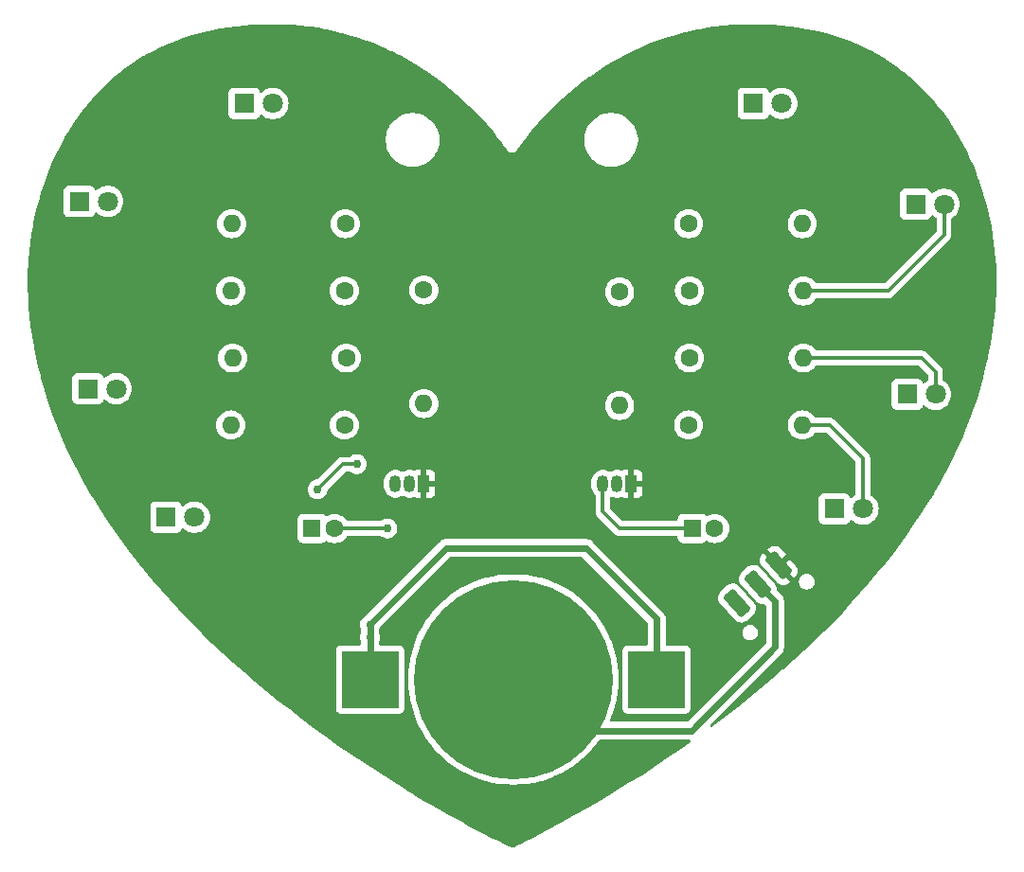
<source format=gbl>
%TF.GenerationSoftware,KiCad,Pcbnew,8.0.5*%
%TF.CreationDate,2024-09-25T11:06:07-04:00*%
%TF.ProjectId,HeartLEDTHT,48656172-744c-4454-9454-48542e6b6963,rev?*%
%TF.SameCoordinates,Original*%
%TF.FileFunction,Copper,L2,Bot*%
%TF.FilePolarity,Positive*%
%FSLAX46Y46*%
G04 Gerber Fmt 4.6, Leading zero omitted, Abs format (unit mm)*
G04 Created by KiCad (PCBNEW 8.0.5) date 2024-09-25 11:06:07*
%MOMM*%
%LPD*%
G01*
G04 APERTURE LIST*
G04 Aperture macros list*
%AMRoundRect*
0 Rectangle with rounded corners*
0 $1 Rounding radius*
0 $2 $3 $4 $5 $6 $7 $8 $9 X,Y pos of 4 corners*
0 Add a 4 corners polygon primitive as box body*
4,1,4,$2,$3,$4,$5,$6,$7,$8,$9,$2,$3,0*
0 Add four circle primitives for the rounded corners*
1,1,$1+$1,$2,$3*
1,1,$1+$1,$4,$5*
1,1,$1+$1,$6,$7*
1,1,$1+$1,$8,$9*
0 Add four rect primitives between the rounded corners*
20,1,$1+$1,$2,$3,$4,$5,0*
20,1,$1+$1,$4,$5,$6,$7,0*
20,1,$1+$1,$6,$7,$8,$9,0*
20,1,$1+$1,$8,$9,$2,$3,0*%
G04 Aperture macros list end*
%TA.AperFunction,ComponentPad*%
%ADD10R,1.800000X1.800000*%
%TD*%
%TA.AperFunction,ComponentPad*%
%ADD11C,1.800000*%
%TD*%
%TA.AperFunction,ComponentPad*%
%ADD12C,1.600000*%
%TD*%
%TA.AperFunction,ComponentPad*%
%ADD13O,1.600000X1.600000*%
%TD*%
%TA.AperFunction,ComponentPad*%
%ADD14R,1.600000X1.600000*%
%TD*%
%TA.AperFunction,ComponentPad*%
%ADD15R,1.050000X1.500000*%
%TD*%
%TA.AperFunction,ComponentPad*%
%ADD16O,1.050000X1.500000*%
%TD*%
%TA.AperFunction,SMDPad,CuDef*%
%ADD17RoundRect,0.250000X-0.390451X0.994069X-0.947810X0.492221X0.390451X-0.994069X0.947810X-0.492221X0*%
%TD*%
%TA.AperFunction,SMDPad,CuDef*%
%ADD18R,5.100000X5.100000*%
%TD*%
%TA.AperFunction,SMDPad,CuDef*%
%ADD19C,17.800000*%
%TD*%
%TA.AperFunction,ViaPad*%
%ADD20C,0.762000*%
%TD*%
%TA.AperFunction,Conductor*%
%ADD21C,0.304800*%
%TD*%
%TA.AperFunction,Conductor*%
%ADD22C,0.609600*%
%TD*%
G04 APERTURE END LIST*
D10*
%TO.P,D3,1,K*%
%TO.N,Net-(D1-K)*%
X49210000Y-117750000D03*
D11*
%TO.P,D3,2,A*%
%TO.N,Net-(D3-A)*%
X51750000Y-117750000D03*
%TD*%
D12*
%TO.P,R2,1*%
%TO.N,VCC*%
X103670000Y-119750000D03*
D13*
%TO.P,R2,2*%
%TO.N,Net-(D2-A)*%
X113830000Y-119750000D03*
%TD*%
D12*
%TO.P,R1,1*%
%TO.N,VCC*%
X72990000Y-119750000D03*
D13*
%TO.P,R1,2*%
%TO.N,Net-(D1-A)*%
X62830000Y-119750000D03*
%TD*%
D12*
%TO.P,R4,1*%
%TO.N,VCC*%
X103750000Y-125750000D03*
D13*
%TO.P,R4,2*%
%TO.N,Net-(D4-A)*%
X113910000Y-125750000D03*
%TD*%
D12*
%TO.P,R9,1*%
%TO.N,VCC*%
X72910000Y-137750000D03*
D13*
%TO.P,R9,2*%
%TO.N,Net-(D7-A)*%
X62750000Y-137750000D03*
%TD*%
D10*
%TO.P,D6,1,K*%
%TO.N,Net-(D5-K)*%
X123210000Y-135000000D03*
D11*
%TO.P,D6,2,A*%
%TO.N,Net-(D6-A)*%
X125750000Y-135000000D03*
%TD*%
D12*
%TO.P,R6,1*%
%TO.N,VCC*%
X97500000Y-125840000D03*
D13*
%TO.P,R6,2*%
%TO.N,Net-(Q1-B)*%
X97500000Y-136000000D03*
%TD*%
D10*
%TO.P,D4,1,K*%
%TO.N,Net-(D1-K)*%
X123960000Y-118000000D03*
D11*
%TO.P,D4,2,A*%
%TO.N,Net-(D4-A)*%
X126500000Y-118000000D03*
%TD*%
D14*
%TO.P,C1,1*%
%TO.N,Net-(D1-K)*%
X104000000Y-147000000D03*
D12*
%TO.P,C1,2*%
%TO.N,Net-(Q2-B)*%
X106000000Y-147000000D03*
%TD*%
D10*
%TO.P,D8,1,K*%
%TO.N,Net-(D5-K)*%
X116710000Y-145250000D03*
D11*
%TO.P,D8,2,A*%
%TO.N,Net-(D8-A)*%
X119250000Y-145250000D03*
%TD*%
D12*
%TO.P,R3,1*%
%TO.N,VCC*%
X72910000Y-125750000D03*
D13*
%TO.P,R3,2*%
%TO.N,Net-(D3-A)*%
X62750000Y-125750000D03*
%TD*%
D12*
%TO.P,R10,1*%
%TO.N,VCC*%
X103670000Y-137750000D03*
D13*
%TO.P,R10,2*%
%TO.N,Net-(D8-A)*%
X113830000Y-137750000D03*
%TD*%
D15*
%TO.P,Q2,1,E*%
%TO.N,GND*%
X80000000Y-143000000D03*
D16*
%TO.P,Q2,2,B*%
%TO.N,Net-(Q2-B)*%
X78730000Y-143000000D03*
%TO.P,Q2,3,C*%
%TO.N,Net-(D5-K)*%
X77460000Y-143000000D03*
%TD*%
D14*
%TO.P,C2,1*%
%TO.N,Net-(D5-K)*%
X70000000Y-147000000D03*
D12*
%TO.P,C2,2*%
%TO.N,Net-(Q1-B)*%
X72000000Y-147000000D03*
%TD*%
D10*
%TO.P,D5,1,K*%
%TO.N,Net-(D5-K)*%
X49975000Y-134500000D03*
D11*
%TO.P,D5,2,A*%
%TO.N,Net-(D5-A)*%
X52515000Y-134500000D03*
%TD*%
D12*
%TO.P,R5,1*%
%TO.N,VCC*%
X80000000Y-125670000D03*
D13*
%TO.P,R5,2*%
%TO.N,Net-(Q2-B)*%
X80000000Y-135830000D03*
%TD*%
D10*
%TO.P,D2,1,K*%
%TO.N,Net-(D1-K)*%
X109460000Y-109000000D03*
D11*
%TO.P,D2,2,A*%
%TO.N,Net-(D2-A)*%
X112000000Y-109000000D03*
%TD*%
D15*
%TO.P,Q1,1,E*%
%TO.N,GND*%
X98540000Y-143000000D03*
D16*
%TO.P,Q1,2,B*%
%TO.N,Net-(Q1-B)*%
X97270000Y-143000000D03*
%TO.P,Q1,3,C*%
%TO.N,Net-(D1-K)*%
X96000000Y-143000000D03*
%TD*%
D12*
%TO.P,R8,1*%
%TO.N,VCC*%
X103750000Y-131750000D03*
D13*
%TO.P,R8,2*%
%TO.N,Net-(D6-A)*%
X113910000Y-131750000D03*
%TD*%
D10*
%TO.P,D7,1,K*%
%TO.N,Net-(D5-K)*%
X56960000Y-146000000D03*
D11*
%TO.P,D7,2,A*%
%TO.N,Net-(D7-A)*%
X59500000Y-146000000D03*
%TD*%
D12*
%TO.P,R7,1*%
%TO.N,VCC*%
X73080000Y-131750000D03*
D13*
%TO.P,R7,2*%
%TO.N,Net-(D5-A)*%
X62920000Y-131750000D03*
%TD*%
D10*
%TO.P,D1,1,K*%
%TO.N,Net-(D1-K)*%
X63960000Y-109000000D03*
D11*
%TO.P,D1,2,A*%
%TO.N,Net-(D1-A)*%
X66500000Y-109000000D03*
%TD*%
D17*
%TO.P,SW1,1,A*%
%TO.N,GND*%
X111713167Y-150317715D03*
%TO.P,SW1,2,B*%
%TO.N,/VBAT*%
X109855306Y-151990541D03*
%TO.P,SW1,3,C*%
%TO.N,unconnected-(SW1-C-Pad3)*%
X107997443Y-153663368D03*
%TD*%
D18*
%TO.P,BT1,1,+*%
%TO.N,VCC*%
X100800000Y-160500000D03*
X75200000Y-160500000D03*
D19*
%TO.P,BT1,2,-*%
%TO.N,/VBAT*%
X88000000Y-160500000D03*
%TD*%
D20*
%TO.N,Net-(Q1-B)*%
X76750000Y-147000000D03*
%TO.N,Net-(D5-K)*%
X70500000Y-143500000D03*
X74000000Y-141250000D03*
%TO.N,VCC*%
X75200000Y-156700000D03*
X75200000Y-155600000D03*
%TD*%
D21*
%TO.N,Net-(D1-K)*%
X97500000Y-147000000D02*
X96000000Y-145500000D01*
X104000000Y-147000000D02*
X97500000Y-147000000D01*
X96000000Y-145500000D02*
X96000000Y-143000000D01*
%TO.N,Net-(Q1-B)*%
X72000000Y-147000000D02*
X76750000Y-147000000D01*
%TO.N,Net-(D5-K)*%
X72750000Y-141250000D02*
X74000000Y-141250000D01*
X70500000Y-143500000D02*
X72750000Y-141250000D01*
%TO.N,Net-(D4-A)*%
X121500000Y-125750000D02*
X113910000Y-125750000D01*
X126500000Y-120750000D02*
X121500000Y-125750000D01*
X126500000Y-118000000D02*
X126500000Y-120750000D01*
%TO.N,Net-(D6-A)*%
X124500000Y-131750000D02*
X113910000Y-131750000D01*
X125750000Y-135000000D02*
X125750000Y-133000000D01*
X125750000Y-133000000D02*
X124500000Y-131750000D01*
%TO.N,Net-(D8-A)*%
X116250000Y-137750000D02*
X119250000Y-140750000D01*
X113830000Y-137750000D02*
X116250000Y-137750000D01*
X119250000Y-140750000D02*
X119250000Y-145250000D01*
D22*
%TO.N,VCC*%
X82000000Y-148750000D02*
X94500000Y-148750000D01*
X75200000Y-160500000D02*
X75200000Y-156700000D01*
X75200000Y-156700000D02*
X75200000Y-155550000D01*
X100800000Y-155050000D02*
X100800000Y-160500000D01*
X75200000Y-155550000D02*
X82000000Y-148750000D01*
X94500000Y-148750000D02*
X100800000Y-155050000D01*
%TO.N,/VBAT*%
X109855305Y-151990541D02*
X111400000Y-153535236D01*
X111400000Y-153535236D02*
X111400000Y-157600000D01*
X92600000Y-165100000D02*
X88000000Y-160500000D01*
X103900000Y-165100000D02*
X92600000Y-165100000D01*
X111400000Y-157600000D02*
X103900000Y-165100000D01*
%TD*%
%TA.AperFunction,Conductor*%
%TO.N,GND*%
G36*
X109535672Y-101920105D02*
G01*
X109535882Y-101920167D01*
X109535883Y-101920106D01*
X109720913Y-101920535D01*
X109886841Y-101921345D01*
X110036255Y-101922610D01*
X110171953Y-101924399D01*
X110172137Y-101924402D01*
X110297295Y-101926788D01*
X110297906Y-101926802D01*
X110415353Y-101929848D01*
X110415973Y-101929866D01*
X110529523Y-101933666D01*
X110530282Y-101933695D01*
X110642887Y-101938328D01*
X110643354Y-101938349D01*
X110758430Y-101943915D01*
X110758887Y-101943939D01*
X110879846Y-101950552D01*
X110880092Y-101950565D01*
X111009893Y-101958315D01*
X111151989Y-101967322D01*
X111181312Y-101969228D01*
X111182899Y-101969344D01*
X111948762Y-102030037D01*
X111952197Y-102030358D01*
X112700317Y-102111084D01*
X112703807Y-102111512D01*
X113438372Y-102212550D01*
X113442015Y-102213107D01*
X114162995Y-102334405D01*
X114166740Y-102335094D01*
X114874017Y-102476576D01*
X114877821Y-102477399D01*
X115571588Y-102639057D01*
X115575371Y-102640003D01*
X116255539Y-102821774D01*
X116259386Y-102822870D01*
X116925999Y-103024722D01*
X116929879Y-103025969D01*
X117582842Y-103247835D01*
X117586806Y-103249258D01*
X118226214Y-103491132D01*
X118230182Y-103492713D01*
X118855937Y-103754524D01*
X118859912Y-103756269D01*
X119472285Y-104038103D01*
X119476178Y-104039979D01*
X120076092Y-104342297D01*
X120079591Y-104344130D01*
X120536904Y-104593168D01*
X120540322Y-104595101D01*
X121114860Y-104932284D01*
X121118669Y-104934613D01*
X121678276Y-105290786D01*
X121681989Y-105293246D01*
X122227572Y-105668882D01*
X122231179Y-105671462D01*
X122762689Y-106066487D01*
X122766201Y-106069196D01*
X123047149Y-106294192D01*
X123283529Y-106483496D01*
X123286962Y-106486348D01*
X123415716Y-106597296D01*
X123790026Y-106919843D01*
X123793300Y-106922768D01*
X124034388Y-107146047D01*
X124282027Y-107375394D01*
X124285210Y-107378449D01*
X124759439Y-107850074D01*
X124762485Y-107853212D01*
X125222152Y-108343794D01*
X125225057Y-108347006D01*
X125516989Y-108681235D01*
X125656565Y-108841035D01*
X125670008Y-108856425D01*
X125672760Y-108859686D01*
X125885808Y-109121308D01*
X126102948Y-109387955D01*
X126105560Y-109391277D01*
X126520803Y-109938252D01*
X126523266Y-109941612D01*
X126920627Y-110503252D01*
X126923414Y-110507190D01*
X126925715Y-110510559D01*
X127122086Y-110808546D01*
X127311516Y-111096000D01*
X127313365Y-111098893D01*
X127572301Y-111516542D01*
X127574026Y-111519410D01*
X127909232Y-112094164D01*
X127911082Y-112097451D01*
X128233336Y-112690758D01*
X128235023Y-112693975D01*
X128543825Y-113304496D01*
X128545374Y-113307668D01*
X128839683Y-113933137D01*
X128841114Y-113936292D01*
X129119746Y-114574111D01*
X129121073Y-114577270D01*
X129378961Y-115215154D01*
X129382914Y-115224930D01*
X129384149Y-115228109D01*
X129530980Y-115622329D01*
X129628147Y-115883210D01*
X129629308Y-115886467D01*
X129789389Y-116355909D01*
X129854601Y-116547143D01*
X129855609Y-116550233D01*
X130012157Y-117052127D01*
X130031581Y-117114398D01*
X130032455Y-117117330D01*
X130125290Y-117443205D01*
X130240131Y-117846329D01*
X130240972Y-117849433D01*
X130426707Y-118572044D01*
X130427494Y-118575285D01*
X130591883Y-119294562D01*
X130592598Y-119297901D01*
X130736243Y-120017022D01*
X130736871Y-120020413D01*
X130860329Y-120742466D01*
X130860861Y-120745861D01*
X130964680Y-121474006D01*
X130965112Y-121477358D01*
X131049820Y-122214796D01*
X131050151Y-122218062D01*
X131116308Y-122968790D01*
X131116520Y-122971536D01*
X131153832Y-123538784D01*
X131153974Y-123541349D01*
X131156918Y-123606781D01*
X131156985Y-123608549D01*
X131159794Y-123700016D01*
X131159822Y-123701074D01*
X131162337Y-123814530D01*
X131162350Y-123815248D01*
X131164499Y-123946470D01*
X131164507Y-123947005D01*
X131166272Y-124093425D01*
X131167637Y-124251417D01*
X131168597Y-124418072D01*
X131169148Y-124590744D01*
X131169292Y-124766439D01*
X131169073Y-124910776D01*
X131169026Y-124942070D01*
X131169025Y-124942365D01*
X131168350Y-125115762D01*
X131168348Y-125116078D01*
X131167270Y-125283330D01*
X131167268Y-125283687D01*
X131165780Y-125443322D01*
X131165775Y-125443742D01*
X131163891Y-125591972D01*
X131163883Y-125592499D01*
X131161607Y-125726705D01*
X131161593Y-125727406D01*
X131158955Y-125844036D01*
X131158928Y-125845054D01*
X131155957Y-125941398D01*
X131155909Y-125942721D01*
X131153843Y-125992473D01*
X131153761Y-125994178D01*
X131115846Y-126679441D01*
X131115717Y-126681466D01*
X131068018Y-127346195D01*
X131067844Y-127348357D01*
X131009894Y-127996818D01*
X131009670Y-127999087D01*
X130941012Y-128635201D01*
X130940737Y-128637542D01*
X130860906Y-129265147D01*
X130860581Y-129267518D01*
X130769105Y-129890391D01*
X130768736Y-129892747D01*
X130665106Y-130514884D01*
X130664700Y-130517186D01*
X130548392Y-131142465D01*
X130547964Y-131144656D01*
X130420702Y-131766357D01*
X130420135Y-131768981D01*
X130216478Y-132664739D01*
X130215728Y-132667853D01*
X129987950Y-133562172D01*
X129987130Y-133565225D01*
X129735026Y-134459122D01*
X129734142Y-134462113D01*
X129457750Y-135355480D01*
X129456805Y-135358407D01*
X129156207Y-136250977D01*
X129155204Y-136253839D01*
X128830487Y-137145348D01*
X128829431Y-137148143D01*
X128480630Y-138038449D01*
X128479523Y-138041177D01*
X128106759Y-138929936D01*
X128105607Y-138932596D01*
X127708891Y-139819720D01*
X127707695Y-139822313D01*
X127287149Y-140707448D01*
X127285914Y-140709973D01*
X126841615Y-141592891D01*
X126840343Y-141595350D01*
X126371656Y-142477148D01*
X126370621Y-142479055D01*
X126084308Y-142995704D01*
X126083254Y-142997569D01*
X125565523Y-143894892D01*
X125564177Y-143897167D01*
X125022635Y-144791173D01*
X125021272Y-144793372D01*
X124455154Y-145685399D01*
X124453775Y-145687524D01*
X123863236Y-146577324D01*
X123861845Y-146579374D01*
X123246979Y-147466820D01*
X123245579Y-147468799D01*
X122606352Y-148353939D01*
X122604946Y-148355847D01*
X121941506Y-149238467D01*
X121940097Y-149240306D01*
X121252500Y-150120332D01*
X121251089Y-150122104D01*
X120539419Y-150999424D01*
X120538008Y-151001132D01*
X119802251Y-151875743D01*
X119800844Y-151877387D01*
X119041155Y-152749096D01*
X119039751Y-152750679D01*
X118256191Y-153619395D01*
X118254793Y-153620919D01*
X117447530Y-154486447D01*
X117446140Y-154487914D01*
X116615044Y-155350374D01*
X116613661Y-155351786D01*
X115758969Y-156210904D01*
X115757597Y-156212262D01*
X114879353Y-157067977D01*
X114877990Y-157069284D01*
X113976274Y-157921494D01*
X113974923Y-157922752D01*
X113049776Y-158771391D01*
X113048437Y-158772602D01*
X112099970Y-159617539D01*
X112098644Y-159618704D01*
X111126863Y-160459904D01*
X111125554Y-160461021D01*
X110130630Y-161298308D01*
X110129378Y-161299347D01*
X109111466Y-162132556D01*
X109110181Y-162133594D01*
X108068452Y-162963360D01*
X108067436Y-162964160D01*
X107438053Y-163454841D01*
X107437010Y-163455646D01*
X106360769Y-164276471D01*
X106359457Y-164277457D01*
X105781202Y-164706493D01*
X105715634Y-164730631D01*
X105647425Y-164715487D01*
X105598231Y-164665872D01*
X105583671Y-164597536D01*
X105608367Y-164532176D01*
X105619628Y-164519236D01*
X111913345Y-158225520D01*
X111913349Y-158225518D01*
X112025518Y-158113349D01*
X112113648Y-157981453D01*
X112135221Y-157929371D01*
X112174354Y-157834897D01*
X112205301Y-157679315D01*
X112205301Y-157520684D01*
X112205301Y-157515574D01*
X112205300Y-157515548D01*
X112205300Y-153620686D01*
X112205301Y-153620665D01*
X112205301Y-153455920D01*
X112205300Y-153455916D01*
X112192600Y-153392067D01*
X112174354Y-153300339D01*
X112113648Y-153153783D01*
X112113646Y-153153780D01*
X112113644Y-153153776D01*
X112025518Y-153021887D01*
X112025515Y-153021883D01*
X111590285Y-152586654D01*
X111556800Y-152525331D01*
X111554136Y-152492487D01*
X111557179Y-152434439D01*
X111525708Y-152261843D01*
X111501097Y-152205688D01*
X111455284Y-152101157D01*
X111394312Y-152017746D01*
X109989122Y-150457126D01*
X109912543Y-150387769D01*
X109912540Y-150387766D01*
X109912538Y-150387765D01*
X109912536Y-150387763D01*
X109760099Y-150300932D01*
X109760095Y-150300931D01*
X109591736Y-150251591D01*
X109416534Y-150242409D01*
X109416533Y-150242409D01*
X109416532Y-150242409D01*
X109330234Y-150258144D01*
X109243934Y-150273880D01*
X109243931Y-150273881D01*
X109083250Y-150344303D01*
X108999839Y-150405275D01*
X108368150Y-150974052D01*
X108298793Y-151050631D01*
X108298787Y-151050638D01*
X108211956Y-151203075D01*
X108211955Y-151203078D01*
X108162615Y-151371438D01*
X108162614Y-151371445D01*
X108153433Y-151546640D01*
X108153433Y-151546643D01*
X108170069Y-151637878D01*
X108184904Y-151719240D01*
X108184905Y-151719243D01*
X108255327Y-151879924D01*
X108316299Y-151963335D01*
X109721489Y-153523955D01*
X109753286Y-153552753D01*
X109798072Y-153593316D01*
X109798073Y-153593317D01*
X109798075Y-153593318D01*
X109950512Y-153680149D01*
X109950514Y-153680149D01*
X109950517Y-153680151D01*
X110085892Y-153719824D01*
X110118875Y-153729490D01*
X110118879Y-153729491D01*
X110294080Y-153738673D01*
X110374323Y-153724041D01*
X110443803Y-153731381D01*
X110484245Y-153758348D01*
X110558381Y-153832483D01*
X110591866Y-153893806D01*
X110594700Y-153920165D01*
X110594700Y-157215072D01*
X110575015Y-157282111D01*
X110558381Y-157302753D01*
X103602753Y-164258381D01*
X103541430Y-164291866D01*
X103515072Y-164294700D01*
X96793385Y-164294700D01*
X96726346Y-164275015D01*
X96680591Y-164222211D01*
X96670647Y-164153053D01*
X96680439Y-164119523D01*
X96689574Y-164099360D01*
X96689580Y-164099347D01*
X96689582Y-164099343D01*
X96906385Y-163523310D01*
X97076131Y-162963733D01*
X97085048Y-162934339D01*
X97085050Y-162934331D01*
X97217189Y-162367616D01*
X97224811Y-162334929D01*
X97325070Y-161727669D01*
X97385398Y-161115151D01*
X97405536Y-160500000D01*
X97385398Y-159884849D01*
X97325070Y-159272331D01*
X97224811Y-158665071D01*
X97085050Y-158065668D01*
X97082827Y-158058341D01*
X96987765Y-157744962D01*
X96906385Y-157476690D01*
X96796872Y-157185720D01*
X96689589Y-156900674D01*
X96689580Y-156900652D01*
X96571950Y-156641038D01*
X96435569Y-156340038D01*
X96435559Y-156340019D01*
X96145441Y-155797245D01*
X96145428Y-155797223D01*
X95820425Y-155274576D01*
X95820419Y-155274566D01*
X95461913Y-154774272D01*
X95266902Y-154536651D01*
X95071456Y-154298499D01*
X94688966Y-153890119D01*
X94650719Y-153849283D01*
X94650716Y-153849280D01*
X94524836Y-153731381D01*
X94201501Y-153428544D01*
X93784650Y-153086443D01*
X93725727Y-153038086D01*
X93725728Y-153038086D01*
X93225433Y-152679580D01*
X93225423Y-152679574D01*
X92702776Y-152354571D01*
X92702754Y-152354558D01*
X92159980Y-152064440D01*
X92159968Y-152064434D01*
X92159962Y-152064431D01*
X92056926Y-152017746D01*
X91599347Y-151810419D01*
X91599325Y-151810410D01*
X91023319Y-151593618D01*
X91023304Y-151593613D01*
X90434339Y-151414951D01*
X90434331Y-151414949D01*
X89834939Y-151275191D01*
X89834934Y-151275190D01*
X89834929Y-151275189D01*
X89227669Y-151174930D01*
X89227664Y-151174929D01*
X89227661Y-151174929D01*
X88615162Y-151114602D01*
X88000000Y-151094464D01*
X87384837Y-151114602D01*
X86772341Y-151174929D01*
X86772335Y-151174929D01*
X86378385Y-151239970D01*
X86165071Y-151275189D01*
X86165068Y-151275189D01*
X86165060Y-151275191D01*
X85565668Y-151414949D01*
X85565660Y-151414951D01*
X84976695Y-151593613D01*
X84976680Y-151593618D01*
X84400674Y-151810410D01*
X84400652Y-151810419D01*
X83840046Y-152064427D01*
X83840019Y-152064440D01*
X83297245Y-152354558D01*
X83297223Y-152354571D01*
X82774576Y-152679574D01*
X82774566Y-152679580D01*
X82274272Y-153038086D01*
X81798508Y-153428536D01*
X81798489Y-153428553D01*
X81349283Y-153849280D01*
X81349280Y-153849283D01*
X80928553Y-154298489D01*
X80928536Y-154298508D01*
X80538086Y-154774272D01*
X80179580Y-155274566D01*
X80179574Y-155274576D01*
X79854571Y-155797223D01*
X79854558Y-155797245D01*
X79564440Y-156340019D01*
X79564427Y-156340046D01*
X79310419Y-156900652D01*
X79310410Y-156900674D01*
X79093618Y-157476680D01*
X79093613Y-157476695D01*
X78914951Y-158065660D01*
X78914949Y-158065668D01*
X78775191Y-158665060D01*
X78775189Y-158665068D01*
X78775189Y-158665071D01*
X78757436Y-158772602D01*
X78674929Y-159272335D01*
X78674929Y-159272341D01*
X78614602Y-159884837D01*
X78594464Y-160500000D01*
X78614602Y-161115162D01*
X78674929Y-161727658D01*
X78674929Y-161727664D01*
X78674930Y-161727669D01*
X78764097Y-162267748D01*
X78775191Y-162334939D01*
X78914949Y-162934331D01*
X78914951Y-162934339D01*
X79093613Y-163523304D01*
X79093618Y-163523319D01*
X79310410Y-164099325D01*
X79310419Y-164099347D01*
X79564427Y-164659953D01*
X79564440Y-164659980D01*
X79854558Y-165202754D01*
X79854571Y-165202776D01*
X80179574Y-165725423D01*
X80179580Y-165725433D01*
X80409974Y-166046947D01*
X80538087Y-166225728D01*
X80928544Y-166701501D01*
X81349282Y-167150718D01*
X81798499Y-167571456D01*
X81798508Y-167571463D01*
X82274272Y-167961913D01*
X82274271Y-167961913D01*
X82774566Y-168320419D01*
X82774576Y-168320425D01*
X83297223Y-168645428D01*
X83297245Y-168645441D01*
X83840019Y-168935559D01*
X83840038Y-168935569D01*
X84230140Y-169112322D01*
X84400652Y-169189580D01*
X84400674Y-169189589D01*
X84814263Y-169345252D01*
X84976690Y-169406385D01*
X85299254Y-169504234D01*
X85565660Y-169585048D01*
X85565668Y-169585050D01*
X86165071Y-169724811D01*
X86772331Y-169825070D01*
X87256971Y-169872803D01*
X87384837Y-169885397D01*
X87384839Y-169885397D01*
X87384849Y-169885398D01*
X88000000Y-169905536D01*
X88615151Y-169885398D01*
X88615160Y-169885397D01*
X88615162Y-169885397D01*
X88658946Y-169881084D01*
X89227669Y-169825070D01*
X89834929Y-169724811D01*
X90434332Y-169585050D01*
X90437781Y-169584004D01*
X90511388Y-169561675D01*
X91023310Y-169406385D01*
X91444456Y-169247877D01*
X91599325Y-169189589D01*
X91599331Y-169189586D01*
X91599343Y-169189582D01*
X92159962Y-168935569D01*
X92408823Y-168802550D01*
X92702754Y-168645441D01*
X92702776Y-168645428D01*
X93225423Y-168320425D01*
X93225433Y-168320419D01*
X93225436Y-168320417D01*
X93725728Y-167961913D01*
X94201501Y-167571456D01*
X94650718Y-167150718D01*
X95071456Y-166701501D01*
X95461913Y-166225728D01*
X95654428Y-165957072D01*
X95709477Y-165914046D01*
X95755221Y-165905300D01*
X103743497Y-165905300D01*
X103810536Y-165924985D01*
X103856291Y-165977789D01*
X103866235Y-166046947D01*
X103837210Y-166110503D01*
X103814829Y-166130728D01*
X103002029Y-166702352D01*
X103000777Y-166703222D01*
X101845854Y-167494412D01*
X101844610Y-167495252D01*
X100674883Y-168275948D01*
X100673644Y-168276765D01*
X99490693Y-169045976D01*
X99489452Y-169046773D01*
X98295157Y-169803310D01*
X98293909Y-169804090D01*
X97090314Y-170546656D01*
X97089055Y-170547422D01*
X95878184Y-171274741D01*
X95876907Y-171275498D01*
X94660400Y-171986530D01*
X94659100Y-171987279D01*
X93439092Y-172680688D01*
X93437763Y-172681433D01*
X92216090Y-173356061D01*
X92214724Y-173356804D01*
X90993341Y-174011427D01*
X90991933Y-174012170D01*
X89771154Y-174646426D01*
X89770306Y-174646862D01*
X89564199Y-174751941D01*
X89563881Y-174752103D01*
X89437848Y-174815901D01*
X89437513Y-174816070D01*
X89305084Y-174882604D01*
X89304795Y-174882749D01*
X89166687Y-174951685D01*
X89166434Y-174951810D01*
X89024321Y-175022342D01*
X89024090Y-175022457D01*
X88880959Y-175093123D01*
X88737414Y-175163643D01*
X88596014Y-175232773D01*
X88595917Y-175232821D01*
X88458255Y-175299794D01*
X88458028Y-175299905D01*
X88325794Y-175363904D01*
X88325542Y-175364025D01*
X88201158Y-175423879D01*
X88200869Y-175424018D01*
X88085569Y-175479134D01*
X88085214Y-175479303D01*
X87980898Y-175528763D01*
X87980437Y-175528980D01*
X87939338Y-175548260D01*
X87870285Y-175558911D01*
X87832897Y-175547731D01*
X87250139Y-175267244D01*
X87249176Y-175266775D01*
X86640762Y-174966856D01*
X86639829Y-174966391D01*
X86015743Y-174651955D01*
X86014841Y-174651496D01*
X85377267Y-174323714D01*
X85376419Y-174323273D01*
X84727137Y-173983120D01*
X84726331Y-173982694D01*
X84067250Y-173631208D01*
X84066478Y-173630793D01*
X83399378Y-173268952D01*
X83398632Y-173268544D01*
X82725361Y-172897359D01*
X82724634Y-172896955D01*
X82047072Y-172517456D01*
X82046358Y-172517053D01*
X81366505Y-172130339D01*
X81365797Y-172129934D01*
X80684990Y-171736730D01*
X80684284Y-171736318D01*
X80005241Y-171338139D01*
X80004531Y-171337720D01*
X79328415Y-170935190D01*
X79327695Y-170934758D01*
X78916543Y-170686190D01*
X78655913Y-170528622D01*
X78655514Y-170528380D01*
X78286003Y-170302260D01*
X78285221Y-170301777D01*
X77071063Y-169545685D01*
X77069826Y-169544904D01*
X75873737Y-168780336D01*
X75872496Y-168779533D01*
X74693811Y-168006145D01*
X74692566Y-168005317D01*
X73531668Y-167223421D01*
X73530419Y-167222569D01*
X72387782Y-166432539D01*
X72386527Y-166431659D01*
X71262686Y-165633915D01*
X71261424Y-165633008D01*
X70156543Y-164827704D01*
X70155274Y-164826766D01*
X69070015Y-164014420D01*
X69068737Y-164013451D01*
X68003382Y-163194300D01*
X68002096Y-163193298D01*
X66956979Y-162367616D01*
X66955684Y-162366578D01*
X65931445Y-161534879D01*
X65930138Y-161533803D01*
X64927067Y-160696326D01*
X64925750Y-160695211D01*
X63944235Y-159852275D01*
X63942960Y-159851164D01*
X62983403Y-159003093D01*
X62982163Y-159001982D01*
X62728774Y-158771391D01*
X62045044Y-158149176D01*
X62043707Y-158147940D01*
X61866136Y-157981453D01*
X61781537Y-157902135D01*
X72149500Y-157902135D01*
X72149500Y-163097870D01*
X72149501Y-163097876D01*
X72155908Y-163157483D01*
X72206202Y-163292328D01*
X72206206Y-163292335D01*
X72292452Y-163407544D01*
X72292455Y-163407547D01*
X72407664Y-163493793D01*
X72407671Y-163493797D01*
X72542517Y-163544091D01*
X72542516Y-163544091D01*
X72549444Y-163544835D01*
X72602127Y-163550500D01*
X77797872Y-163550499D01*
X77857483Y-163544091D01*
X77992331Y-163493796D01*
X78107546Y-163407546D01*
X78193796Y-163292331D01*
X78244091Y-163157483D01*
X78250500Y-163097873D01*
X78250499Y-157902128D01*
X78244091Y-157842517D01*
X78207705Y-157744962D01*
X78193797Y-157707671D01*
X78193793Y-157707664D01*
X78107547Y-157592455D01*
X78107544Y-157592452D01*
X77992335Y-157506206D01*
X77992328Y-157506202D01*
X77857482Y-157455908D01*
X77857483Y-157455908D01*
X77797883Y-157449501D01*
X77797881Y-157449500D01*
X77797873Y-157449500D01*
X77797865Y-157449500D01*
X76129300Y-157449500D01*
X76062261Y-157429815D01*
X76016506Y-157377011D01*
X76005300Y-157325500D01*
X76005300Y-157093775D01*
X76011369Y-157055457D01*
X76039454Y-156969021D01*
X76066987Y-156884284D01*
X76086356Y-156700000D01*
X76066987Y-156515716D01*
X76011368Y-156344542D01*
X76005300Y-156306226D01*
X76005300Y-155993774D01*
X76011367Y-155955461D01*
X76039693Y-155868281D01*
X76069939Y-155818925D01*
X82297247Y-149591619D01*
X82358570Y-149558134D01*
X82384928Y-149555300D01*
X94115072Y-149555300D01*
X94182111Y-149574985D01*
X94202753Y-149591619D01*
X99958381Y-155347247D01*
X99991866Y-155408570D01*
X99994700Y-155434928D01*
X99994700Y-157325500D01*
X99975015Y-157392539D01*
X99922211Y-157438294D01*
X99870700Y-157449500D01*
X98202129Y-157449500D01*
X98202123Y-157449501D01*
X98142516Y-157455908D01*
X98007671Y-157506202D01*
X98007664Y-157506206D01*
X97892455Y-157592452D01*
X97892452Y-157592455D01*
X97806206Y-157707664D01*
X97806202Y-157707671D01*
X97755908Y-157842517D01*
X97749501Y-157902116D01*
X97749501Y-157902123D01*
X97749500Y-157902135D01*
X97749500Y-163097870D01*
X97749501Y-163097876D01*
X97755908Y-163157483D01*
X97806202Y-163292328D01*
X97806206Y-163292335D01*
X97892452Y-163407544D01*
X97892455Y-163407547D01*
X98007664Y-163493793D01*
X98007671Y-163493797D01*
X98142517Y-163544091D01*
X98142516Y-163544091D01*
X98149444Y-163544835D01*
X98202127Y-163550500D01*
X103397872Y-163550499D01*
X103457483Y-163544091D01*
X103592331Y-163493796D01*
X103707546Y-163407546D01*
X103793796Y-163292331D01*
X103844091Y-163157483D01*
X103850500Y-163097873D01*
X103850499Y-157902128D01*
X103844091Y-157842517D01*
X103807705Y-157744962D01*
X103793797Y-157707671D01*
X103793793Y-157707664D01*
X103707547Y-157592455D01*
X103707544Y-157592452D01*
X103592335Y-157506206D01*
X103592328Y-157506202D01*
X103457482Y-157455908D01*
X103457483Y-157455908D01*
X103397883Y-157449501D01*
X103397881Y-157449500D01*
X103397873Y-157449500D01*
X103397865Y-157449500D01*
X101729300Y-157449500D01*
X101662261Y-157429815D01*
X101616506Y-157377011D01*
X101605300Y-157325500D01*
X101605300Y-156378229D01*
X108468221Y-156378229D01*
X108495140Y-156513556D01*
X108495143Y-156513566D01*
X108547943Y-156641038D01*
X108547950Y-156641051D01*
X108624607Y-156755775D01*
X108624610Y-156755779D01*
X108722176Y-156853345D01*
X108722180Y-156853348D01*
X108836904Y-156930005D01*
X108836917Y-156930012D01*
X108964389Y-156982812D01*
X108964394Y-156982814D01*
X108964398Y-156982814D01*
X108964399Y-156982815D01*
X109099726Y-157009734D01*
X109099729Y-157009734D01*
X109237717Y-157009734D01*
X109328763Y-156991623D01*
X109373050Y-156982814D01*
X109500533Y-156930009D01*
X109615264Y-156853348D01*
X109712836Y-156755776D01*
X109789497Y-156641045D01*
X109842302Y-156513562D01*
X109869222Y-156378227D01*
X109869222Y-156240241D01*
X109869222Y-156240238D01*
X109842303Y-156104911D01*
X109842302Y-156104910D01*
X109842302Y-156104906D01*
X109820140Y-156051402D01*
X109789500Y-155977429D01*
X109789493Y-155977416D01*
X109712836Y-155862692D01*
X109712833Y-155862688D01*
X109615267Y-155765122D01*
X109615263Y-155765119D01*
X109500539Y-155688462D01*
X109500526Y-155688455D01*
X109373054Y-155635655D01*
X109373044Y-155635652D01*
X109237717Y-155608734D01*
X109237715Y-155608734D01*
X109099729Y-155608734D01*
X109099727Y-155608734D01*
X108964399Y-155635652D01*
X108964389Y-155635655D01*
X108836917Y-155688455D01*
X108836904Y-155688462D01*
X108722180Y-155765119D01*
X108722176Y-155765122D01*
X108624610Y-155862688D01*
X108624607Y-155862692D01*
X108547950Y-155977416D01*
X108547943Y-155977429D01*
X108495143Y-156104901D01*
X108495140Y-156104911D01*
X108468222Y-156240238D01*
X108468222Y-156240241D01*
X108468222Y-156378227D01*
X108468222Y-156378229D01*
X108468221Y-156378229D01*
X101605300Y-156378229D01*
X101605300Y-154970686D01*
X101605299Y-154970679D01*
X101601340Y-154950771D01*
X101574354Y-154815106D01*
X101574353Y-154815105D01*
X101574353Y-154815102D01*
X101550296Y-154757025D01*
X101513648Y-154668547D01*
X101470034Y-154603274D01*
X101425518Y-154536650D01*
X101310253Y-154421385D01*
X101310222Y-154421356D01*
X100108336Y-153219470D01*
X106295570Y-153219470D01*
X106310316Y-153300339D01*
X106327041Y-153392067D01*
X106327042Y-153392070D01*
X106397464Y-153552751D01*
X106458436Y-153636162D01*
X107863626Y-155196782D01*
X107910776Y-155239485D01*
X107940209Y-155266143D01*
X107940210Y-155266144D01*
X107940212Y-155266145D01*
X108092649Y-155352976D01*
X108092651Y-155352976D01*
X108092654Y-155352978D01*
X108228029Y-155392651D01*
X108261012Y-155402317D01*
X108261016Y-155402318D01*
X108436217Y-155411500D01*
X108608813Y-155380029D01*
X108769500Y-155309604D01*
X108852913Y-155248630D01*
X109484598Y-154679856D01*
X109553959Y-154603274D01*
X109620070Y-154487212D01*
X109640792Y-154450833D01*
X109640793Y-154450830D01*
X109640794Y-154450829D01*
X109690134Y-154282468D01*
X109699316Y-154107266D01*
X109667845Y-153934670D01*
X109661488Y-153920165D01*
X109597421Y-153773984D01*
X109536449Y-153690573D01*
X108131259Y-152129953D01*
X108071565Y-152075889D01*
X108054677Y-152060593D01*
X108054675Y-152060592D01*
X108054673Y-152060590D01*
X107902236Y-151973759D01*
X107902232Y-151973758D01*
X107733873Y-151924418D01*
X107558671Y-151915236D01*
X107558670Y-151915236D01*
X107558669Y-151915236D01*
X107472371Y-151930971D01*
X107386071Y-151946707D01*
X107386068Y-151946708D01*
X107225387Y-152017130D01*
X107141976Y-152078102D01*
X106510287Y-152646879D01*
X106440930Y-152723458D01*
X106440924Y-152723465D01*
X106354093Y-152875902D01*
X106354092Y-152875905D01*
X106304752Y-153044265D01*
X106304751Y-153044272D01*
X106297354Y-153185421D01*
X106295570Y-153219470D01*
X100108336Y-153219470D01*
X96762647Y-149873781D01*
X110011796Y-149873781D01*
X110043246Y-150046264D01*
X110113623Y-150206845D01*
X110174555Y-150290199D01*
X110174557Y-150290201D01*
X111579701Y-151850772D01*
X111656228Y-151920081D01*
X111656232Y-151920084D01*
X111808574Y-152006862D01*
X111976821Y-152056168D01*
X112151905Y-152065343D01*
X112324390Y-152033894D01*
X112324393Y-152033893D01*
X112484967Y-151963518D01*
X112568315Y-151902591D01*
X112651000Y-151828141D01*
X113521605Y-151828141D01*
X113548524Y-151963468D01*
X113548527Y-151963478D01*
X113601327Y-152090950D01*
X113601334Y-152090963D01*
X113677991Y-152205687D01*
X113677994Y-152205691D01*
X113775560Y-152303257D01*
X113775564Y-152303260D01*
X113890288Y-152379917D01*
X113890301Y-152379924D01*
X114017773Y-152432724D01*
X114017778Y-152432726D01*
X114017782Y-152432726D01*
X114017783Y-152432727D01*
X114153110Y-152459646D01*
X114153113Y-152459646D01*
X114291101Y-152459646D01*
X114382147Y-152441535D01*
X114426434Y-152432726D01*
X114553917Y-152379921D01*
X114668648Y-152303260D01*
X114766220Y-152205688D01*
X114842881Y-152090957D01*
X114895686Y-151963474D01*
X114905281Y-151915236D01*
X114922606Y-151828141D01*
X114922606Y-151690150D01*
X114895687Y-151554823D01*
X114895686Y-151554822D01*
X114895686Y-151554818D01*
X114892299Y-151546640D01*
X114842884Y-151427341D01*
X114842877Y-151427328D01*
X114766220Y-151312604D01*
X114766217Y-151312600D01*
X114668651Y-151215034D01*
X114668647Y-151215031D01*
X114553923Y-151138374D01*
X114553910Y-151138367D01*
X114426438Y-151085567D01*
X114426428Y-151085564D01*
X114291101Y-151058646D01*
X114291099Y-151058646D01*
X114153113Y-151058646D01*
X114153111Y-151058646D01*
X114017783Y-151085564D01*
X114017773Y-151085567D01*
X113890301Y-151138367D01*
X113890288Y-151138374D01*
X113775564Y-151215031D01*
X113775560Y-151215034D01*
X113677994Y-151312600D01*
X113677991Y-151312604D01*
X113601334Y-151427328D01*
X113601327Y-151427341D01*
X113548527Y-151554813D01*
X113548524Y-151554823D01*
X113521606Y-151690150D01*
X113521606Y-151690153D01*
X113521606Y-151828139D01*
X113521606Y-151828141D01*
X113521605Y-151828141D01*
X112651000Y-151828141D01*
X112698358Y-151785500D01*
X111637641Y-150607453D01*
X111637637Y-150607450D01*
X111393418Y-150336217D01*
X112066235Y-150336217D01*
X113069930Y-151450935D01*
X113199965Y-151333852D01*
X113269274Y-151257325D01*
X113269277Y-151257321D01*
X113356055Y-151104979D01*
X113405361Y-150936733D01*
X113405361Y-150936731D01*
X113414537Y-150761648D01*
X113383087Y-150589165D01*
X113312710Y-150428584D01*
X113251778Y-150345230D01*
X113251776Y-150345228D01*
X112716487Y-149750729D01*
X112066235Y-150336217D01*
X111393418Y-150336217D01*
X110356402Y-149184493D01*
X110356401Y-149184493D01*
X110226369Y-149301577D01*
X110157059Y-149378104D01*
X110157056Y-149378108D01*
X110070278Y-149530450D01*
X110020972Y-149698696D01*
X110020972Y-149698698D01*
X110011796Y-149873781D01*
X96762647Y-149873781D01*
X95738793Y-148849927D01*
X110727973Y-148849927D01*
X111731669Y-149964644D01*
X112381921Y-149379156D01*
X111846632Y-148784657D01*
X111770105Y-148715348D01*
X111770101Y-148715345D01*
X111617759Y-148628567D01*
X111449512Y-148579261D01*
X111274428Y-148570086D01*
X111101943Y-148601535D01*
X111101940Y-148601536D01*
X110941366Y-148671911D01*
X110858008Y-148732844D01*
X110858004Y-148732848D01*
X110727973Y-148849927D01*
X95738793Y-148849927D01*
X95129858Y-148240992D01*
X95129838Y-148240970D01*
X95013352Y-148124484D01*
X95013348Y-148124481D01*
X94881459Y-148036355D01*
X94881446Y-148036348D01*
X94734901Y-147975648D01*
X94734891Y-147975645D01*
X94579317Y-147944699D01*
X94579315Y-147944699D01*
X94420685Y-147944699D01*
X94414571Y-147944699D01*
X94414551Y-147944700D01*
X81920681Y-147944700D01*
X81765110Y-147975644D01*
X81765101Y-147975647D01*
X81618553Y-148036348D01*
X81618540Y-148036355D01*
X81486652Y-148124480D01*
X81453589Y-148157544D01*
X81374482Y-148236651D01*
X81374479Y-148236654D01*
X74812582Y-154798550D01*
X74775343Y-154824145D01*
X74756831Y-154832388D01*
X74756819Y-154832394D01*
X74606913Y-154941308D01*
X74606906Y-154941313D01*
X74482922Y-155079014D01*
X74390274Y-155239485D01*
X74333014Y-155415711D01*
X74333013Y-155415713D01*
X74313644Y-155600000D01*
X74333013Y-155784286D01*
X74333014Y-155784287D01*
X74388631Y-155955457D01*
X74394700Y-155993775D01*
X74394700Y-156306226D01*
X74388631Y-156344542D01*
X74377686Y-156378229D01*
X74333013Y-156515714D01*
X74313644Y-156700000D01*
X74333013Y-156884286D01*
X74333014Y-156884287D01*
X74388631Y-157055457D01*
X74394700Y-157093775D01*
X74394700Y-157325500D01*
X74375015Y-157392539D01*
X74322211Y-157438294D01*
X74270700Y-157449500D01*
X72602129Y-157449500D01*
X72602123Y-157449501D01*
X72542516Y-157455908D01*
X72407671Y-157506202D01*
X72407664Y-157506206D01*
X72292455Y-157592452D01*
X72292452Y-157592455D01*
X72206206Y-157707664D01*
X72206202Y-157707671D01*
X72155908Y-157842517D01*
X72149501Y-157902116D01*
X72149501Y-157902123D01*
X72149500Y-157902135D01*
X61781537Y-157902135D01*
X61129496Y-157290795D01*
X61128217Y-157289578D01*
X60237201Y-156428316D01*
X60235828Y-156426967D01*
X60186956Y-156378229D01*
X59368588Y-155562097D01*
X59367192Y-155560683D01*
X58523245Y-154691634D01*
X58522141Y-154690483D01*
X58295330Y-154450833D01*
X58055121Y-154197025D01*
X58054048Y-154195877D01*
X57263031Y-153338184D01*
X57261732Y-153336752D01*
X56494901Y-152477070D01*
X56493520Y-152475494D01*
X55750270Y-151613225D01*
X55748902Y-151611610D01*
X55029154Y-150746706D01*
X55027762Y-150745003D01*
X54595845Y-150206845D01*
X54331698Y-149877724D01*
X54330331Y-149875988D01*
X54308921Y-149848298D01*
X53658015Y-149006457D01*
X53656639Y-149004643D01*
X53008159Y-148133021D01*
X53006792Y-148131147D01*
X53006377Y-148130567D01*
X52382174Y-147257501D01*
X52380796Y-147255534D01*
X51780135Y-146380039D01*
X51778766Y-146378001D01*
X51202085Y-145500716D01*
X51200728Y-145498605D01*
X50920013Y-145052135D01*
X55559500Y-145052135D01*
X55559500Y-146947870D01*
X55559501Y-146947876D01*
X55565908Y-147007483D01*
X55616202Y-147142328D01*
X55616206Y-147142335D01*
X55702452Y-147257544D01*
X55702455Y-147257547D01*
X55817664Y-147343793D01*
X55817671Y-147343797D01*
X55952517Y-147394091D01*
X55952516Y-147394091D01*
X55959444Y-147394835D01*
X56012127Y-147400500D01*
X57907872Y-147400499D01*
X57967483Y-147394091D01*
X58102331Y-147343796D01*
X58217546Y-147257546D01*
X58303796Y-147142331D01*
X58332455Y-147065493D01*
X58374326Y-147009559D01*
X58439790Y-146985141D01*
X58508063Y-146999992D01*
X58539866Y-147024843D01*
X58547302Y-147032920D01*
X58548215Y-147033912D01*
X58548222Y-147033918D01*
X58731365Y-147176464D01*
X58731371Y-147176468D01*
X58731374Y-147176470D01*
X58935497Y-147286936D01*
X59049487Y-147326068D01*
X59155015Y-147362297D01*
X59155017Y-147362297D01*
X59155019Y-147362298D01*
X59383951Y-147400500D01*
X59383952Y-147400500D01*
X59616048Y-147400500D01*
X59616049Y-147400500D01*
X59844981Y-147362298D01*
X60064503Y-147286936D01*
X60268626Y-147176470D01*
X60451784Y-147033913D01*
X60608979Y-146863153D01*
X60735924Y-146668849D01*
X60829157Y-146456300D01*
X60886134Y-146231305D01*
X60888904Y-146197876D01*
X60892694Y-146152135D01*
X68699500Y-146152135D01*
X68699500Y-147847870D01*
X68699501Y-147847876D01*
X68705908Y-147907483D01*
X68756202Y-148042328D01*
X68756206Y-148042335D01*
X68842452Y-148157544D01*
X68842455Y-148157547D01*
X68957664Y-148243793D01*
X68957671Y-148243797D01*
X69092517Y-148294091D01*
X69092516Y-148294091D01*
X69099444Y-148294835D01*
X69152127Y-148300500D01*
X70847872Y-148300499D01*
X70907483Y-148294091D01*
X71042331Y-148243796D01*
X71157546Y-148157546D01*
X71164051Y-148148856D01*
X71219982Y-148106984D01*
X71289673Y-148101997D01*
X71334442Y-148121589D01*
X71347264Y-148130567D01*
X71347266Y-148130568D01*
X71553504Y-148226739D01*
X71773308Y-148285635D01*
X71935230Y-148299801D01*
X71999998Y-148305468D01*
X72000000Y-148305468D01*
X72000002Y-148305468D01*
X72056807Y-148300498D01*
X72226692Y-148285635D01*
X72446496Y-148226739D01*
X72652734Y-148130568D01*
X72839139Y-148000047D01*
X73000047Y-147839139D01*
X73079695Y-147725389D01*
X73093428Y-147705777D01*
X73148005Y-147662152D01*
X73195003Y-147652900D01*
X76108652Y-147652900D01*
X76175691Y-147672585D01*
X76181518Y-147676568D01*
X76248714Y-147725389D01*
X76306822Y-147767607D01*
X76476095Y-147842973D01*
X76476098Y-147842973D01*
X76476101Y-147842975D01*
X76657351Y-147881500D01*
X76842649Y-147881500D01*
X77023899Y-147842975D01*
X77023902Y-147842973D01*
X77023904Y-147842973D01*
X77080922Y-147817586D01*
X77193178Y-147767607D01*
X77343088Y-147658691D01*
X77348303Y-147652900D01*
X77370895Y-147627808D01*
X77467077Y-147520987D01*
X77559726Y-147360513D01*
X77616987Y-147184284D01*
X77636356Y-147000000D01*
X77616987Y-146815716D01*
X77559726Y-146639487D01*
X77467077Y-146479013D01*
X77389032Y-146392335D01*
X77343093Y-146341313D01*
X77343090Y-146341311D01*
X77343089Y-146341310D01*
X77343088Y-146341309D01*
X77230569Y-146259559D01*
X77193177Y-146232392D01*
X77023904Y-146157026D01*
X77023896Y-146157024D01*
X76842649Y-146118500D01*
X76657351Y-146118500D01*
X76476103Y-146157024D01*
X76476095Y-146157026D01*
X76306822Y-146232392D01*
X76269431Y-146259559D01*
X76181535Y-146323418D01*
X76115731Y-146346898D01*
X76108652Y-146347100D01*
X73195003Y-146347100D01*
X73127964Y-146327415D01*
X73093428Y-146294223D01*
X73000046Y-146160859D01*
X72839141Y-145999954D01*
X72652734Y-145869432D01*
X72652732Y-145869431D01*
X72446497Y-145773261D01*
X72446488Y-145773258D01*
X72226697Y-145714366D01*
X72226693Y-145714365D01*
X72226692Y-145714365D01*
X72226691Y-145714364D01*
X72226686Y-145714364D01*
X72000002Y-145694532D01*
X71999998Y-145694532D01*
X71773313Y-145714364D01*
X71773302Y-145714366D01*
X71553511Y-145773258D01*
X71553502Y-145773261D01*
X71347267Y-145869431D01*
X71347262Y-145869434D01*
X71334435Y-145878415D01*
X71268227Y-145900738D01*
X71200461Y-145883722D01*
X71164052Y-145851145D01*
X71157546Y-145842454D01*
X71157545Y-145842453D01*
X71157544Y-145842452D01*
X71042335Y-145756206D01*
X71042328Y-145756202D01*
X70907482Y-145705908D01*
X70907483Y-145705908D01*
X70847883Y-145699501D01*
X70847881Y-145699500D01*
X70847873Y-145699500D01*
X70847864Y-145699500D01*
X69152129Y-145699500D01*
X69152123Y-145699501D01*
X69092516Y-145705908D01*
X68957671Y-145756202D01*
X68957664Y-145756206D01*
X68842455Y-145842452D01*
X68842452Y-145842455D01*
X68756206Y-145957664D01*
X68756202Y-145957671D01*
X68705908Y-146092517D01*
X68699501Y-146152116D01*
X68699500Y-146152135D01*
X60892694Y-146152135D01*
X60905300Y-146000006D01*
X60905300Y-145999993D01*
X60886135Y-145768702D01*
X60886133Y-145768691D01*
X60829157Y-145543699D01*
X60735924Y-145331151D01*
X60608983Y-145136852D01*
X60608980Y-145136849D01*
X60608979Y-145136847D01*
X60451784Y-144966087D01*
X60451779Y-144966083D01*
X60451777Y-144966081D01*
X60268634Y-144823535D01*
X60268628Y-144823531D01*
X60064504Y-144713064D01*
X60064495Y-144713061D01*
X59844984Y-144637702D01*
X59654450Y-144605908D01*
X59616049Y-144599500D01*
X59383951Y-144599500D01*
X59345550Y-144605908D01*
X59155015Y-144637702D01*
X58935504Y-144713061D01*
X58935495Y-144713064D01*
X58731371Y-144823531D01*
X58731365Y-144823535D01*
X58548222Y-144966081D01*
X58548218Y-144966085D01*
X58539866Y-144975158D01*
X58479979Y-145011148D01*
X58410141Y-145009047D01*
X58352525Y-144969522D01*
X58332455Y-144934507D01*
X58303797Y-144857671D01*
X58303793Y-144857664D01*
X58217547Y-144742455D01*
X58217544Y-144742452D01*
X58102335Y-144656206D01*
X58102328Y-144656202D01*
X57967482Y-144605908D01*
X57967483Y-144605908D01*
X57907883Y-144599501D01*
X57907881Y-144599500D01*
X57907873Y-144599500D01*
X57907864Y-144599500D01*
X56012129Y-144599500D01*
X56012123Y-144599501D01*
X55952516Y-144605908D01*
X55817671Y-144656202D01*
X55817664Y-144656206D01*
X55702455Y-144742452D01*
X55702452Y-144742455D01*
X55616206Y-144857664D01*
X55616202Y-144857671D01*
X55565908Y-144992517D01*
X55559501Y-145052116D01*
X55559500Y-145052135D01*
X50920013Y-145052135D01*
X50648163Y-144619764D01*
X50646821Y-144617580D01*
X50118397Y-143737255D01*
X50117073Y-143734995D01*
X49982684Y-143500000D01*
X69613644Y-143500000D01*
X69633013Y-143684286D01*
X69633014Y-143684288D01*
X69690274Y-143860514D01*
X69734441Y-143937013D01*
X69782923Y-144020987D01*
X69826112Y-144068954D01*
X69906906Y-144158686D01*
X69906909Y-144158688D01*
X69906912Y-144158691D01*
X70032587Y-144249999D01*
X70056822Y-144267607D01*
X70226095Y-144342973D01*
X70226098Y-144342973D01*
X70226101Y-144342975D01*
X70407351Y-144381500D01*
X70592649Y-144381500D01*
X70773899Y-144342975D01*
X70773902Y-144342973D01*
X70773904Y-144342973D01*
X70865627Y-144302135D01*
X70943178Y-144267607D01*
X71093088Y-144158691D01*
X71098964Y-144152166D01*
X71119951Y-144128855D01*
X71217077Y-144020987D01*
X71309726Y-143860513D01*
X71366987Y-143684284D01*
X71377422Y-143584994D01*
X71404005Y-143520383D01*
X71413052Y-143510287D01*
X72249348Y-142673992D01*
X76434500Y-142673992D01*
X76434500Y-143326007D01*
X76473907Y-143524119D01*
X76473909Y-143524127D01*
X76551212Y-143710752D01*
X76551217Y-143710762D01*
X76663441Y-143878718D01*
X76806281Y-144021558D01*
X76974237Y-144133782D01*
X76974241Y-144133784D01*
X76974244Y-144133786D01*
X77160873Y-144211091D01*
X77324288Y-144243596D01*
X77358992Y-144250499D01*
X77358996Y-144250500D01*
X77358997Y-144250500D01*
X77561004Y-144250500D01*
X77561005Y-144250499D01*
X77759127Y-144211091D01*
X77945756Y-144133786D01*
X78026110Y-144080094D01*
X78092786Y-144059217D01*
X78160166Y-144077701D01*
X78163865Y-144080078D01*
X78244244Y-144133786D01*
X78430873Y-144211091D01*
X78594288Y-144243596D01*
X78628992Y-144250499D01*
X78628996Y-144250500D01*
X78628997Y-144250500D01*
X78831004Y-144250500D01*
X78831005Y-144250499D01*
X79029127Y-144211091D01*
X79110338Y-144177451D01*
X79179804Y-144169983D01*
X79224859Y-144189594D01*
X79225128Y-144189103D01*
X79230613Y-144192098D01*
X79232099Y-144192745D01*
X79232911Y-144193353D01*
X79232913Y-144193354D01*
X79367620Y-144243596D01*
X79367627Y-144243598D01*
X79427155Y-144249999D01*
X79427172Y-144250000D01*
X79750000Y-144250000D01*
X79750000Y-143365865D01*
X79752383Y-143341671D01*
X79752779Y-143339683D01*
X79755500Y-143326003D01*
X79755500Y-143285830D01*
X79769745Y-143300075D01*
X79855255Y-143349444D01*
X79950630Y-143375000D01*
X80049370Y-143375000D01*
X80144745Y-143349444D01*
X80230255Y-143300075D01*
X80250000Y-143280330D01*
X80250000Y-144250000D01*
X80572828Y-144250000D01*
X80572844Y-144249999D01*
X80632372Y-144243598D01*
X80632379Y-144243596D01*
X80767086Y-144193354D01*
X80767093Y-144193350D01*
X80882187Y-144107190D01*
X80882190Y-144107187D01*
X80968350Y-143992093D01*
X80968354Y-143992086D01*
X81018596Y-143857379D01*
X81018598Y-143857372D01*
X81024999Y-143797844D01*
X81025000Y-143797827D01*
X81025000Y-143250000D01*
X80280330Y-143250000D01*
X80300075Y-143230255D01*
X80349444Y-143144745D01*
X80375000Y-143049370D01*
X80375000Y-142950630D01*
X80349444Y-142855255D01*
X80300075Y-142769745D01*
X80280330Y-142750000D01*
X81025000Y-142750000D01*
X81025000Y-142673992D01*
X94974500Y-142673992D01*
X94974500Y-143326007D01*
X95013907Y-143524119D01*
X95013909Y-143524127D01*
X95091212Y-143710752D01*
X95091217Y-143710762D01*
X95203440Y-143878716D01*
X95203441Y-143878717D01*
X95203442Y-143878718D01*
X95310782Y-143986058D01*
X95344266Y-144047379D01*
X95347100Y-144073738D01*
X95347100Y-145564305D01*
X95347100Y-145564307D01*
X95347099Y-145564307D01*
X95367368Y-145666199D01*
X95367368Y-145666200D01*
X95372189Y-145690437D01*
X95372190Y-145690442D01*
X95404607Y-145768702D01*
X95421408Y-145809264D01*
X95482528Y-145900738D01*
X95492862Y-145916204D01*
X95492863Y-145916205D01*
X97083796Y-147507137D01*
X97083797Y-147507138D01*
X97083800Y-147507140D01*
X97183916Y-147574035D01*
X97190736Y-147578592D01*
X97309556Y-147627809D01*
X97309560Y-147627809D01*
X97309561Y-147627810D01*
X97435692Y-147652900D01*
X97435695Y-147652900D01*
X102575501Y-147652900D01*
X102642540Y-147672585D01*
X102688295Y-147725389D01*
X102699501Y-147776900D01*
X102699501Y-147847876D01*
X102705908Y-147907483D01*
X102756202Y-148042328D01*
X102756206Y-148042335D01*
X102842452Y-148157544D01*
X102842455Y-148157547D01*
X102957664Y-148243793D01*
X102957671Y-148243797D01*
X103092517Y-148294091D01*
X103092516Y-148294091D01*
X103099444Y-148294835D01*
X103152127Y-148300500D01*
X104847872Y-148300499D01*
X104907483Y-148294091D01*
X105042331Y-148243796D01*
X105157546Y-148157546D01*
X105164051Y-148148856D01*
X105219982Y-148106984D01*
X105289673Y-148101997D01*
X105334442Y-148121589D01*
X105347264Y-148130567D01*
X105347266Y-148130568D01*
X105553504Y-148226739D01*
X105773308Y-148285635D01*
X105935230Y-148299801D01*
X105999998Y-148305468D01*
X106000000Y-148305468D01*
X106000002Y-148305468D01*
X106056807Y-148300498D01*
X106226692Y-148285635D01*
X106446496Y-148226739D01*
X106652734Y-148130568D01*
X106839139Y-148000047D01*
X107000047Y-147839139D01*
X107130568Y-147652734D01*
X107226739Y-147446496D01*
X107285635Y-147226692D01*
X107305468Y-147000000D01*
X107300907Y-146947873D01*
X107289345Y-146815713D01*
X107285635Y-146773308D01*
X107226739Y-146553504D01*
X107130568Y-146347266D01*
X107000047Y-146160861D01*
X107000045Y-146160858D01*
X106839141Y-145999954D01*
X106652734Y-145869432D01*
X106652732Y-145869431D01*
X106446497Y-145773261D01*
X106446488Y-145773258D01*
X106226697Y-145714366D01*
X106226693Y-145714365D01*
X106226692Y-145714365D01*
X106226691Y-145714364D01*
X106226686Y-145714364D01*
X106000002Y-145694532D01*
X105999998Y-145694532D01*
X105773313Y-145714364D01*
X105773302Y-145714366D01*
X105553511Y-145773258D01*
X105553502Y-145773261D01*
X105347267Y-145869431D01*
X105347262Y-145869434D01*
X105334435Y-145878415D01*
X105268227Y-145900738D01*
X105200461Y-145883722D01*
X105164052Y-145851145D01*
X105157546Y-145842454D01*
X105157545Y-145842453D01*
X105157544Y-145842452D01*
X105042335Y-145756206D01*
X105042328Y-145756202D01*
X104907482Y-145705908D01*
X104907483Y-145705908D01*
X104847883Y-145699501D01*
X104847881Y-145699500D01*
X104847873Y-145699500D01*
X104847864Y-145699500D01*
X103152129Y-145699500D01*
X103152123Y-145699501D01*
X103092516Y-145705908D01*
X102957671Y-145756202D01*
X102957664Y-145756206D01*
X102842455Y-145842452D01*
X102842452Y-145842455D01*
X102756206Y-145957664D01*
X102756202Y-145957671D01*
X102705908Y-146092517D01*
X102699501Y-146152116D01*
X102699500Y-146152135D01*
X102699500Y-146223100D01*
X102679815Y-146290139D01*
X102627011Y-146335894D01*
X102575500Y-146347100D01*
X97821802Y-146347100D01*
X97754763Y-146327415D01*
X97734121Y-146310781D01*
X96689219Y-145265878D01*
X96655734Y-145204555D01*
X96652900Y-145178197D01*
X96652900Y-144264960D01*
X96672585Y-144197921D01*
X96725389Y-144152166D01*
X96794547Y-144142222D01*
X96824344Y-144150396D01*
X96970873Y-144211091D01*
X97134288Y-144243596D01*
X97168992Y-144250499D01*
X97168996Y-144250500D01*
X97168997Y-144250500D01*
X97371004Y-144250500D01*
X97371005Y-144250499D01*
X97569127Y-144211091D01*
X97650338Y-144177451D01*
X97719804Y-144169983D01*
X97764859Y-144189594D01*
X97765128Y-144189103D01*
X97770613Y-144192098D01*
X97772099Y-144192745D01*
X97772911Y-144193353D01*
X97772913Y-144193354D01*
X97907620Y-144243596D01*
X97907627Y-144243598D01*
X97967155Y-144249999D01*
X97967172Y-144250000D01*
X98290000Y-144250000D01*
X98290000Y-143365865D01*
X98292383Y-143341671D01*
X98292779Y-143339683D01*
X98295500Y-143326003D01*
X98295500Y-143285830D01*
X98309745Y-143300075D01*
X98395255Y-143349444D01*
X98490630Y-143375000D01*
X98589370Y-143375000D01*
X98684745Y-143349444D01*
X98770255Y-143300075D01*
X98790000Y-143280330D01*
X98790000Y-144250000D01*
X99112828Y-144250000D01*
X99112844Y-144249999D01*
X99172372Y-144243598D01*
X99172379Y-144243596D01*
X99307086Y-144193354D01*
X99307093Y-144193350D01*
X99422187Y-144107190D01*
X99422190Y-144107187D01*
X99508350Y-143992093D01*
X99508354Y-143992086D01*
X99558596Y-143857379D01*
X99558598Y-143857372D01*
X99564999Y-143797844D01*
X99565000Y-143797827D01*
X99565000Y-143250000D01*
X98820330Y-143250000D01*
X98840075Y-143230255D01*
X98889444Y-143144745D01*
X98915000Y-143049370D01*
X98915000Y-142950630D01*
X98889444Y-142855255D01*
X98840075Y-142769745D01*
X98820330Y-142750000D01*
X99565000Y-142750000D01*
X99565000Y-142202172D01*
X99564999Y-142202155D01*
X99558598Y-142142627D01*
X99558596Y-142142620D01*
X99508354Y-142007913D01*
X99508350Y-142007906D01*
X99422190Y-141892812D01*
X99422187Y-141892809D01*
X99307093Y-141806649D01*
X99307086Y-141806645D01*
X99172379Y-141756403D01*
X99172372Y-141756401D01*
X99112844Y-141750000D01*
X98790000Y-141750000D01*
X98790000Y-142719670D01*
X98770255Y-142699925D01*
X98684745Y-142650556D01*
X98589370Y-142625000D01*
X98490630Y-142625000D01*
X98395255Y-142650556D01*
X98309745Y-142699925D01*
X98295500Y-142714170D01*
X98295500Y-142673997D01*
X98292383Y-142658326D01*
X98290000Y-142634134D01*
X98290000Y-141750000D01*
X97967155Y-141750000D01*
X97907627Y-141756401D01*
X97907620Y-141756403D01*
X97772913Y-141806645D01*
X97772911Y-141806646D01*
X97772092Y-141807260D01*
X97771134Y-141807616D01*
X97765132Y-141810895D01*
X97764660Y-141810031D01*
X97706625Y-141831671D01*
X97650338Y-141822547D01*
X97569131Y-141788910D01*
X97569119Y-141788907D01*
X97371007Y-141749500D01*
X97371003Y-141749500D01*
X97168997Y-141749500D01*
X97168992Y-141749500D01*
X96970880Y-141788907D01*
X96970872Y-141788909D01*
X96784244Y-141866213D01*
X96703891Y-141919904D01*
X96637213Y-141940782D01*
X96569833Y-141922297D01*
X96566109Y-141919904D01*
X96485755Y-141866213D01*
X96299127Y-141788909D01*
X96299119Y-141788907D01*
X96101007Y-141749500D01*
X96101003Y-141749500D01*
X95898997Y-141749500D01*
X95898992Y-141749500D01*
X95700880Y-141788907D01*
X95700872Y-141788909D01*
X95514247Y-141866212D01*
X95514237Y-141866217D01*
X95346281Y-141978441D01*
X95203441Y-142121281D01*
X95091217Y-142289237D01*
X95091212Y-142289247D01*
X95013909Y-142475872D01*
X95013907Y-142475880D01*
X94974500Y-142673992D01*
X81025000Y-142673992D01*
X81025000Y-142202172D01*
X81024999Y-142202155D01*
X81018598Y-142142627D01*
X81018596Y-142142620D01*
X80968354Y-142007913D01*
X80968350Y-142007906D01*
X80882190Y-141892812D01*
X80882187Y-141892809D01*
X80767093Y-141806649D01*
X80767086Y-141806645D01*
X80632379Y-141756403D01*
X80632372Y-141756401D01*
X80572844Y-141750000D01*
X80250000Y-141750000D01*
X80250000Y-142719670D01*
X80230255Y-142699925D01*
X80144745Y-142650556D01*
X80049370Y-142625000D01*
X79950630Y-142625000D01*
X79855255Y-142650556D01*
X79769745Y-142699925D01*
X79755500Y-142714170D01*
X79755500Y-142673997D01*
X79752383Y-142658326D01*
X79750000Y-142634134D01*
X79750000Y-141750000D01*
X79427155Y-141750000D01*
X79367627Y-141756401D01*
X79367620Y-141756403D01*
X79232913Y-141806645D01*
X79232911Y-141806646D01*
X79232092Y-141807260D01*
X79231134Y-141807616D01*
X79225132Y-141810895D01*
X79224660Y-141810031D01*
X79166625Y-141831671D01*
X79110338Y-141822547D01*
X79029131Y-141788910D01*
X79029119Y-141788907D01*
X78831007Y-141749500D01*
X78831003Y-141749500D01*
X78628997Y-141749500D01*
X78628992Y-141749500D01*
X78430880Y-141788907D01*
X78430872Y-141788909D01*
X78244244Y-141866213D01*
X78163891Y-141919904D01*
X78097213Y-141940782D01*
X78029833Y-141922297D01*
X78026109Y-141919904D01*
X77945755Y-141866213D01*
X77759127Y-141788909D01*
X77759119Y-141788907D01*
X77561007Y-141749500D01*
X77561003Y-141749500D01*
X77358997Y-141749500D01*
X77358992Y-141749500D01*
X77160880Y-141788907D01*
X77160872Y-141788909D01*
X76974247Y-141866212D01*
X76974237Y-141866217D01*
X76806281Y-141978441D01*
X76663441Y-142121281D01*
X76551217Y-142289237D01*
X76551212Y-142289247D01*
X76473909Y-142475872D01*
X76473907Y-142475880D01*
X76434500Y-142673992D01*
X72249348Y-142673992D01*
X72984121Y-141939219D01*
X73045444Y-141905734D01*
X73071802Y-141902900D01*
X73358652Y-141902900D01*
X73425691Y-141922585D01*
X73431518Y-141926568D01*
X73526141Y-141995316D01*
X73556822Y-142017607D01*
X73726095Y-142092973D01*
X73726098Y-142092973D01*
X73726101Y-142092975D01*
X73907351Y-142131500D01*
X74092649Y-142131500D01*
X74273899Y-142092975D01*
X74273902Y-142092973D01*
X74273904Y-142092973D01*
X74361247Y-142054085D01*
X74443178Y-142017607D01*
X74593088Y-141908691D01*
X74595751Y-141905734D01*
X74619951Y-141878855D01*
X74717077Y-141770987D01*
X74809726Y-141610513D01*
X74866987Y-141434284D01*
X74886356Y-141250000D01*
X74866987Y-141065716D01*
X74809726Y-140889487D01*
X74717077Y-140729013D01*
X74639249Y-140642576D01*
X74593093Y-140591313D01*
X74593090Y-140591311D01*
X74593089Y-140591310D01*
X74593088Y-140591309D01*
X74443178Y-140482393D01*
X74443177Y-140482392D01*
X74273904Y-140407026D01*
X74273896Y-140407024D01*
X74092649Y-140368500D01*
X73907351Y-140368500D01*
X73726103Y-140407024D01*
X73726095Y-140407026D01*
X73556822Y-140482392D01*
X73488654Y-140531919D01*
X73431535Y-140573418D01*
X73365731Y-140596898D01*
X73358652Y-140597100D01*
X72685693Y-140597100D01*
X72559557Y-140622190D01*
X72559553Y-140622191D01*
X72510340Y-140642575D01*
X72510340Y-140642576D01*
X72492160Y-140650106D01*
X72440739Y-140671405D01*
X72440730Y-140671410D01*
X72333801Y-140742858D01*
X72333797Y-140742861D01*
X70494478Y-142582181D01*
X70433155Y-142615666D01*
X70413811Y-142617745D01*
X70413819Y-142617820D01*
X70407350Y-142618500D01*
X70226103Y-142657024D01*
X70226095Y-142657026D01*
X70056822Y-142732392D01*
X69906909Y-142841311D01*
X69906906Y-142841313D01*
X69782922Y-142979014D01*
X69690274Y-143139485D01*
X69633014Y-143315711D01*
X69633013Y-143315713D01*
X69613644Y-143500000D01*
X49982684Y-143500000D01*
X49923682Y-143396829D01*
X49612833Y-142853272D01*
X49611545Y-142850962D01*
X49529442Y-142699925D01*
X49131596Y-141968043D01*
X49130330Y-141965652D01*
X48674705Y-141081612D01*
X48673492Y-141079193D01*
X48242264Y-140194178D01*
X48241063Y-140191640D01*
X48238414Y-140185871D01*
X47834306Y-139305802D01*
X47833163Y-139303233D01*
X47450315Y-138415252D01*
X47449453Y-138413197D01*
X47229489Y-137874874D01*
X47228610Y-137872664D01*
X47181212Y-137749998D01*
X61444532Y-137749998D01*
X61444532Y-137750001D01*
X61464364Y-137976686D01*
X61464366Y-137976697D01*
X61523258Y-138196488D01*
X61523261Y-138196497D01*
X61619431Y-138402732D01*
X61619432Y-138402734D01*
X61749954Y-138589141D01*
X61910858Y-138750045D01*
X61910861Y-138750047D01*
X62097266Y-138880568D01*
X62303504Y-138976739D01*
X62523308Y-139035635D01*
X62685230Y-139049801D01*
X62749998Y-139055468D01*
X62750000Y-139055468D01*
X62750002Y-139055468D01*
X62806673Y-139050509D01*
X62976692Y-139035635D01*
X63196496Y-138976739D01*
X63402734Y-138880568D01*
X63589139Y-138750047D01*
X63750047Y-138589139D01*
X63880568Y-138402734D01*
X63976739Y-138196496D01*
X64035635Y-137976692D01*
X64055468Y-137750000D01*
X64055468Y-137749998D01*
X71604532Y-137749998D01*
X71604532Y-137750001D01*
X71624364Y-137976686D01*
X71624366Y-137976697D01*
X71683258Y-138196488D01*
X71683261Y-138196497D01*
X71779431Y-138402732D01*
X71779432Y-138402734D01*
X71909954Y-138589141D01*
X72070858Y-138750045D01*
X72070861Y-138750047D01*
X72257266Y-138880568D01*
X72463504Y-138976739D01*
X72683308Y-139035635D01*
X72845230Y-139049801D01*
X72909998Y-139055468D01*
X72910000Y-139055468D01*
X72910002Y-139055468D01*
X72966673Y-139050509D01*
X73136692Y-139035635D01*
X73356496Y-138976739D01*
X73562734Y-138880568D01*
X73749139Y-138750047D01*
X73910047Y-138589139D01*
X74040568Y-138402734D01*
X74136739Y-138196496D01*
X74195635Y-137976692D01*
X74215468Y-137750000D01*
X74215468Y-137749998D01*
X102364532Y-137749998D01*
X102364532Y-137750001D01*
X102384364Y-137976686D01*
X102384366Y-137976697D01*
X102443258Y-138196488D01*
X102443261Y-138196497D01*
X102539431Y-138402732D01*
X102539432Y-138402734D01*
X102669954Y-138589141D01*
X102830858Y-138750045D01*
X102830861Y-138750047D01*
X103017266Y-138880568D01*
X103223504Y-138976739D01*
X103443308Y-139035635D01*
X103605230Y-139049801D01*
X103669998Y-139055468D01*
X103670000Y-139055468D01*
X103670002Y-139055468D01*
X103726673Y-139050509D01*
X103896692Y-139035635D01*
X104116496Y-138976739D01*
X104322734Y-138880568D01*
X104509139Y-138750047D01*
X104670047Y-138589139D01*
X104800568Y-138402734D01*
X104896739Y-138196496D01*
X104955635Y-137976692D01*
X104975468Y-137750000D01*
X104975468Y-137749998D01*
X112524532Y-137749998D01*
X112524532Y-137750001D01*
X112544364Y-137976686D01*
X112544366Y-137976697D01*
X112603258Y-138196488D01*
X112603261Y-138196497D01*
X112699431Y-138402732D01*
X112699432Y-138402734D01*
X112829954Y-138589141D01*
X112990858Y-138750045D01*
X112990861Y-138750047D01*
X113177266Y-138880568D01*
X113383504Y-138976739D01*
X113603308Y-139035635D01*
X113765230Y-139049801D01*
X113829998Y-139055468D01*
X113830000Y-139055468D01*
X113830002Y-139055468D01*
X113886673Y-139050509D01*
X114056692Y-139035635D01*
X114276496Y-138976739D01*
X114482734Y-138880568D01*
X114669139Y-138750047D01*
X114830047Y-138589139D01*
X114908782Y-138476693D01*
X114923428Y-138455777D01*
X114978005Y-138412152D01*
X115025003Y-138402900D01*
X115928197Y-138402900D01*
X115995236Y-138422585D01*
X116015878Y-138439219D01*
X118560781Y-140984121D01*
X118594266Y-141045444D01*
X118597100Y-141071802D01*
X118597100Y-143937013D01*
X118577415Y-144004052D01*
X118532119Y-144046067D01*
X118481376Y-144073528D01*
X118481365Y-144073535D01*
X118298222Y-144216081D01*
X118298218Y-144216085D01*
X118289866Y-144225158D01*
X118229979Y-144261148D01*
X118160141Y-144259047D01*
X118102525Y-144219522D01*
X118082455Y-144184507D01*
X118053797Y-144107671D01*
X118053793Y-144107664D01*
X117967547Y-143992455D01*
X117967544Y-143992452D01*
X117852335Y-143906206D01*
X117852328Y-143906202D01*
X117717482Y-143855908D01*
X117717483Y-143855908D01*
X117657883Y-143849501D01*
X117657881Y-143849500D01*
X117657873Y-143849500D01*
X117657864Y-143849500D01*
X115762129Y-143849500D01*
X115762123Y-143849501D01*
X115702516Y-143855908D01*
X115567671Y-143906202D01*
X115567664Y-143906206D01*
X115452455Y-143992452D01*
X115452452Y-143992455D01*
X115366206Y-144107664D01*
X115366202Y-144107671D01*
X115315908Y-144242517D01*
X115309501Y-144302116D01*
X115309500Y-144302135D01*
X115309500Y-146197870D01*
X115309501Y-146197876D01*
X115315908Y-146257483D01*
X115366202Y-146392328D01*
X115366206Y-146392335D01*
X115452452Y-146507544D01*
X115452455Y-146507547D01*
X115567664Y-146593793D01*
X115567671Y-146593797D01*
X115702517Y-146644091D01*
X115702516Y-146644091D01*
X115709444Y-146644835D01*
X115762127Y-146650500D01*
X117657872Y-146650499D01*
X117717483Y-146644091D01*
X117852331Y-146593796D01*
X117967546Y-146507546D01*
X118053796Y-146392331D01*
X118070666Y-146347100D01*
X118082455Y-146315493D01*
X118124326Y-146259559D01*
X118189790Y-146235141D01*
X118258063Y-146249992D01*
X118289866Y-146274843D01*
X118297173Y-146282780D01*
X118298215Y-146283912D01*
X118298222Y-146283918D01*
X118481365Y-146426464D01*
X118481371Y-146426468D01*
X118481374Y-146426470D01*
X118685497Y-146536936D01*
X118799487Y-146576068D01*
X118905015Y-146612297D01*
X118905017Y-146612297D01*
X118905019Y-146612298D01*
X119133951Y-146650500D01*
X119133952Y-146650500D01*
X119366048Y-146650500D01*
X119366049Y-146650500D01*
X119594981Y-146612298D01*
X119814503Y-146536936D01*
X120018626Y-146426470D01*
X120201784Y-146283913D01*
X120358979Y-146113153D01*
X120485924Y-145918849D01*
X120579157Y-145706300D01*
X120636134Y-145481305D01*
X120649511Y-145319867D01*
X120655300Y-145250006D01*
X120655300Y-145249993D01*
X120636135Y-145018702D01*
X120636133Y-145018691D01*
X120579157Y-144793699D01*
X120485924Y-144581151D01*
X120358983Y-144386852D01*
X120358980Y-144386849D01*
X120358979Y-144386847D01*
X120201784Y-144216087D01*
X120201779Y-144216083D01*
X120201777Y-144216081D01*
X120018634Y-144073535D01*
X120018623Y-144073528D01*
X119967881Y-144046067D01*
X119918291Y-143996847D01*
X119902900Y-143937013D01*
X119902900Y-140685692D01*
X119877810Y-140559561D01*
X119877809Y-140559560D01*
X119877809Y-140559556D01*
X119828592Y-140440736D01*
X119828591Y-140440734D01*
X119828590Y-140440732D01*
X119823243Y-140432729D01*
X119757141Y-140333801D01*
X119757138Y-140333797D01*
X116666205Y-137242863D01*
X116666204Y-137242862D01*
X116642074Y-137226739D01*
X116559264Y-137171408D01*
X116503097Y-137148143D01*
X116440444Y-137122191D01*
X116440438Y-137122189D01*
X116314307Y-137097100D01*
X116314305Y-137097100D01*
X115025003Y-137097100D01*
X114957964Y-137077415D01*
X114923428Y-137044223D01*
X114830046Y-136910859D01*
X114669141Y-136749954D01*
X114482734Y-136619432D01*
X114482732Y-136619431D01*
X114276497Y-136523261D01*
X114276488Y-136523258D01*
X114056697Y-136464366D01*
X114056693Y-136464365D01*
X114056692Y-136464365D01*
X114056691Y-136464364D01*
X114056686Y-136464364D01*
X113830002Y-136444532D01*
X113829998Y-136444532D01*
X113603313Y-136464364D01*
X113603302Y-136464366D01*
X113383511Y-136523258D01*
X113383502Y-136523261D01*
X113177267Y-136619431D01*
X113177265Y-136619432D01*
X112990858Y-136749954D01*
X112829954Y-136910858D01*
X112699432Y-137097265D01*
X112699431Y-137097267D01*
X112603261Y-137303502D01*
X112603258Y-137303511D01*
X112544366Y-137523302D01*
X112544364Y-137523313D01*
X112524532Y-137749998D01*
X104975468Y-137749998D01*
X104955635Y-137523308D01*
X104896739Y-137303504D01*
X104800568Y-137097266D01*
X104670047Y-136910861D01*
X104670045Y-136910858D01*
X104509141Y-136749954D01*
X104322734Y-136619432D01*
X104322732Y-136619431D01*
X104116497Y-136523261D01*
X104116488Y-136523258D01*
X103896697Y-136464366D01*
X103896693Y-136464365D01*
X103896692Y-136464365D01*
X103896691Y-136464364D01*
X103896686Y-136464364D01*
X103670002Y-136444532D01*
X103669998Y-136444532D01*
X103443313Y-136464364D01*
X103443302Y-136464366D01*
X103223511Y-136523258D01*
X103223502Y-136523261D01*
X103017267Y-136619431D01*
X103017265Y-136619432D01*
X102830858Y-136749954D01*
X102669954Y-136910858D01*
X102539432Y-137097265D01*
X102539431Y-137097267D01*
X102443261Y-137303502D01*
X102443258Y-137303511D01*
X102384366Y-137523302D01*
X102384364Y-137523313D01*
X102364532Y-137749998D01*
X74215468Y-137749998D01*
X74195635Y-137523308D01*
X74136739Y-137303504D01*
X74040568Y-137097266D01*
X73910047Y-136910861D01*
X73910045Y-136910858D01*
X73749141Y-136749954D01*
X73562734Y-136619432D01*
X73562732Y-136619431D01*
X73356497Y-136523261D01*
X73356488Y-136523258D01*
X73136697Y-136464366D01*
X73136693Y-136464365D01*
X73136692Y-136464365D01*
X73136691Y-136464364D01*
X73136686Y-136464364D01*
X72910002Y-136444532D01*
X72909998Y-136444532D01*
X72683313Y-136464364D01*
X72683302Y-136464366D01*
X72463511Y-136523258D01*
X72463502Y-136523261D01*
X72257267Y-136619431D01*
X72257265Y-136619432D01*
X72070858Y-136749954D01*
X71909954Y-136910858D01*
X71779432Y-137097265D01*
X71779431Y-137097267D01*
X71683261Y-137303502D01*
X71683258Y-137303511D01*
X71624366Y-137523302D01*
X71624364Y-137523313D01*
X71604532Y-137749998D01*
X64055468Y-137749998D01*
X64035635Y-137523308D01*
X63976739Y-137303504D01*
X63880568Y-137097266D01*
X63750047Y-136910861D01*
X63750045Y-136910858D01*
X63589141Y-136749954D01*
X63402734Y-136619432D01*
X63402732Y-136619431D01*
X63196497Y-136523261D01*
X63196488Y-136523258D01*
X62976697Y-136464366D01*
X62976693Y-136464365D01*
X62976692Y-136464365D01*
X62976691Y-136464364D01*
X62976686Y-136464364D01*
X62750002Y-136444532D01*
X62749998Y-136444532D01*
X62523313Y-136464364D01*
X62523302Y-136464366D01*
X62303511Y-136523258D01*
X62303502Y-136523261D01*
X62097267Y-136619431D01*
X62097265Y-136619432D01*
X61910858Y-136749954D01*
X61749954Y-136910858D01*
X61619432Y-137097265D01*
X61619431Y-137097267D01*
X61523261Y-137303502D01*
X61523258Y-137303511D01*
X61464366Y-137523302D01*
X61464364Y-137523313D01*
X61444532Y-137749998D01*
X47181212Y-137749998D01*
X47106608Y-137556923D01*
X46882918Y-136978012D01*
X46881906Y-136975293D01*
X46561321Y-136082357D01*
X46560367Y-136079597D01*
X46264267Y-135186732D01*
X46263359Y-135183872D01*
X45991766Y-134291159D01*
X45990892Y-134288152D01*
X45949003Y-134136847D01*
X45787125Y-133552135D01*
X48574500Y-133552135D01*
X48574500Y-135447870D01*
X48574501Y-135447876D01*
X48580908Y-135507483D01*
X48631202Y-135642328D01*
X48631206Y-135642335D01*
X48717452Y-135757544D01*
X48717455Y-135757547D01*
X48832664Y-135843793D01*
X48832671Y-135843797D01*
X48967517Y-135894091D01*
X48967516Y-135894091D01*
X48974444Y-135894835D01*
X49027127Y-135900500D01*
X50922872Y-135900499D01*
X50982483Y-135894091D01*
X51117331Y-135843796D01*
X51232546Y-135757546D01*
X51318796Y-135642331D01*
X51347455Y-135565493D01*
X51389326Y-135509559D01*
X51454790Y-135485141D01*
X51523063Y-135499992D01*
X51554866Y-135524843D01*
X51562302Y-135532920D01*
X51563215Y-135533912D01*
X51563222Y-135533918D01*
X51746365Y-135676464D01*
X51746371Y-135676468D01*
X51746374Y-135676470D01*
X51950497Y-135786936D01*
X52036428Y-135816436D01*
X52170015Y-135862297D01*
X52170017Y-135862297D01*
X52170019Y-135862298D01*
X52398951Y-135900500D01*
X52398952Y-135900500D01*
X52631048Y-135900500D01*
X52631049Y-135900500D01*
X52859981Y-135862298D01*
X52954068Y-135829998D01*
X78694532Y-135829998D01*
X78694532Y-135830001D01*
X78714364Y-136056686D01*
X78714366Y-136056697D01*
X78773258Y-136276488D01*
X78773261Y-136276497D01*
X78869431Y-136482732D01*
X78869432Y-136482734D01*
X78999954Y-136669141D01*
X79160858Y-136830045D01*
X79160861Y-136830047D01*
X79347266Y-136960568D01*
X79553504Y-137056739D01*
X79773308Y-137115635D01*
X79935230Y-137129801D01*
X79999998Y-137135468D01*
X80000000Y-137135468D01*
X80000002Y-137135468D01*
X80056673Y-137130509D01*
X80226692Y-137115635D01*
X80446496Y-137056739D01*
X80652734Y-136960568D01*
X80839139Y-136830047D01*
X81000047Y-136669139D01*
X81130568Y-136482734D01*
X81226739Y-136276496D01*
X81285635Y-136056692D01*
X81290595Y-135999998D01*
X96194532Y-135999998D01*
X96194532Y-136000001D01*
X96214364Y-136226686D01*
X96214366Y-136226697D01*
X96273258Y-136446488D01*
X96273261Y-136446497D01*
X96369431Y-136652732D01*
X96369432Y-136652734D01*
X96499954Y-136839141D01*
X96660858Y-137000045D01*
X96660861Y-137000047D01*
X96847266Y-137130568D01*
X97053504Y-137226739D01*
X97273308Y-137285635D01*
X97435230Y-137299801D01*
X97499998Y-137305468D01*
X97500000Y-137305468D01*
X97500002Y-137305468D01*
X97556673Y-137300509D01*
X97726692Y-137285635D01*
X97946496Y-137226739D01*
X98152734Y-137130568D01*
X98339139Y-137000047D01*
X98500047Y-136839139D01*
X98630568Y-136652734D01*
X98726739Y-136446496D01*
X98785635Y-136226692D01*
X98805468Y-136000000D01*
X98800907Y-135947873D01*
X98793495Y-135863147D01*
X98785635Y-135773308D01*
X98739681Y-135601805D01*
X98726741Y-135553511D01*
X98726738Y-135553502D01*
X98717604Y-135533915D01*
X98630568Y-135347266D01*
X98500047Y-135160861D01*
X98500045Y-135160858D01*
X98339141Y-134999954D01*
X98152734Y-134869432D01*
X98152732Y-134869431D01*
X97946497Y-134773261D01*
X97946488Y-134773258D01*
X97726697Y-134714366D01*
X97726693Y-134714365D01*
X97726692Y-134714365D01*
X97726691Y-134714364D01*
X97726686Y-134714364D01*
X97500002Y-134694532D01*
X97499998Y-134694532D01*
X97273313Y-134714364D01*
X97273302Y-134714366D01*
X97053511Y-134773258D01*
X97053502Y-134773261D01*
X96847267Y-134869431D01*
X96847265Y-134869432D01*
X96660858Y-134999954D01*
X96499954Y-135160858D01*
X96369432Y-135347265D01*
X96369431Y-135347267D01*
X96273261Y-135553502D01*
X96273258Y-135553511D01*
X96214366Y-135773302D01*
X96214364Y-135773313D01*
X96194532Y-135999998D01*
X81290595Y-135999998D01*
X81305468Y-135830000D01*
X81285635Y-135603308D01*
X81226739Y-135383504D01*
X81130568Y-135177266D01*
X81000047Y-134990861D01*
X81000045Y-134990858D01*
X80839141Y-134829954D01*
X80652734Y-134699432D01*
X80652732Y-134699431D01*
X80446497Y-134603261D01*
X80446488Y-134603258D01*
X80226697Y-134544366D01*
X80226693Y-134544365D01*
X80226692Y-134544365D01*
X80226691Y-134544364D01*
X80226686Y-134544364D01*
X80000002Y-134524532D01*
X79999998Y-134524532D01*
X79773313Y-134544364D01*
X79773302Y-134544366D01*
X79553511Y-134603258D01*
X79553502Y-134603261D01*
X79347267Y-134699431D01*
X79347265Y-134699432D01*
X79160858Y-134829954D01*
X78999954Y-134990858D01*
X78869432Y-135177265D01*
X78869431Y-135177267D01*
X78773261Y-135383502D01*
X78773258Y-135383511D01*
X78714366Y-135603302D01*
X78714364Y-135603313D01*
X78694532Y-135829998D01*
X52954068Y-135829998D01*
X53079503Y-135786936D01*
X53283626Y-135676470D01*
X53466784Y-135533913D01*
X53623979Y-135363153D01*
X53634359Y-135347266D01*
X53654501Y-135316436D01*
X53750924Y-135168849D01*
X53844157Y-134956300D01*
X53901134Y-134731305D01*
X53904762Y-134687521D01*
X53920300Y-134500006D01*
X53920300Y-134499993D01*
X53901135Y-134268702D01*
X53901133Y-134268691D01*
X53844157Y-134043699D01*
X53750924Y-133831151D01*
X53623983Y-133636852D01*
X53623980Y-133636849D01*
X53623979Y-133636847D01*
X53466784Y-133466087D01*
X53466779Y-133466083D01*
X53466777Y-133466081D01*
X53283634Y-133323535D01*
X53283628Y-133323531D01*
X53079504Y-133213064D01*
X53079495Y-133213061D01*
X52859984Y-133137702D01*
X52669450Y-133105908D01*
X52631049Y-133099500D01*
X52398951Y-133099500D01*
X52360550Y-133105908D01*
X52170015Y-133137702D01*
X51950504Y-133213061D01*
X51950495Y-133213064D01*
X51746371Y-133323531D01*
X51746365Y-133323535D01*
X51563222Y-133466081D01*
X51563218Y-133466085D01*
X51554866Y-133475158D01*
X51494979Y-133511148D01*
X51425141Y-133509047D01*
X51367525Y-133469522D01*
X51347455Y-133434507D01*
X51318797Y-133357671D01*
X51318793Y-133357664D01*
X51232547Y-133242455D01*
X51232544Y-133242452D01*
X51117335Y-133156206D01*
X51117328Y-133156202D01*
X50982482Y-133105908D01*
X50982483Y-133105908D01*
X50922883Y-133099501D01*
X50922881Y-133099500D01*
X50922873Y-133099500D01*
X50922864Y-133099500D01*
X49027129Y-133099500D01*
X49027123Y-133099501D01*
X48967516Y-133105908D01*
X48832671Y-133156202D01*
X48832664Y-133156206D01*
X48717455Y-133242452D01*
X48717452Y-133242455D01*
X48631206Y-133357664D01*
X48631202Y-133357671D01*
X48580908Y-133492517D01*
X48574501Y-133552116D01*
X48574500Y-133552135D01*
X45787125Y-133552135D01*
X45743685Y-133395229D01*
X45742899Y-133392239D01*
X45520018Y-132498902D01*
X45519307Y-132495886D01*
X45353591Y-131749998D01*
X61614532Y-131749998D01*
X61614532Y-131750001D01*
X61634364Y-131976686D01*
X61634366Y-131976697D01*
X61693258Y-132196488D01*
X61693261Y-132196497D01*
X61789431Y-132402732D01*
X61789432Y-132402734D01*
X61919954Y-132589141D01*
X62080858Y-132750045D01*
X62080861Y-132750047D01*
X62267266Y-132880568D01*
X62473504Y-132976739D01*
X62693308Y-133035635D01*
X62855230Y-133049801D01*
X62919998Y-133055468D01*
X62920000Y-133055468D01*
X62920002Y-133055468D01*
X62976673Y-133050509D01*
X63146692Y-133035635D01*
X63366496Y-132976739D01*
X63572734Y-132880568D01*
X63759139Y-132750047D01*
X63920047Y-132589139D01*
X64050568Y-132402734D01*
X64146739Y-132196496D01*
X64205635Y-131976692D01*
X64225468Y-131750000D01*
X64225468Y-131749998D01*
X71774532Y-131749998D01*
X71774532Y-131750001D01*
X71794364Y-131976686D01*
X71794366Y-131976697D01*
X71853258Y-132196488D01*
X71853261Y-132196497D01*
X71949431Y-132402732D01*
X71949432Y-132402734D01*
X72079954Y-132589141D01*
X72240858Y-132750045D01*
X72240861Y-132750047D01*
X72427266Y-132880568D01*
X72633504Y-132976739D01*
X72853308Y-133035635D01*
X73015230Y-133049801D01*
X73079998Y-133055468D01*
X73080000Y-133055468D01*
X73080002Y-133055468D01*
X73136673Y-133050509D01*
X73306692Y-133035635D01*
X73526496Y-132976739D01*
X73732734Y-132880568D01*
X73919139Y-132750047D01*
X74080047Y-132589139D01*
X74210568Y-132402734D01*
X74306739Y-132196496D01*
X74365635Y-131976692D01*
X74385468Y-131750000D01*
X74385468Y-131749998D01*
X102444532Y-131749998D01*
X102444532Y-131750001D01*
X102464364Y-131976686D01*
X102464366Y-131976697D01*
X102523258Y-132196488D01*
X102523261Y-132196497D01*
X102619431Y-132402732D01*
X102619432Y-132402734D01*
X102749954Y-132589141D01*
X102910858Y-132750045D01*
X102910861Y-132750047D01*
X103097266Y-132880568D01*
X103303504Y-132976739D01*
X103523308Y-133035635D01*
X103685230Y-133049801D01*
X103749998Y-133055468D01*
X103750000Y-133055468D01*
X103750002Y-133055468D01*
X103806673Y-133050509D01*
X103976692Y-133035635D01*
X104196496Y-132976739D01*
X104402734Y-132880568D01*
X104589139Y-132750047D01*
X104750047Y-132589139D01*
X104880568Y-132402734D01*
X104976739Y-132196496D01*
X105035635Y-131976692D01*
X105055468Y-131750000D01*
X105055468Y-131749998D01*
X112604532Y-131749998D01*
X112604532Y-131750001D01*
X112624364Y-131976686D01*
X112624366Y-131976697D01*
X112683258Y-132196488D01*
X112683261Y-132196497D01*
X112779431Y-132402732D01*
X112779432Y-132402734D01*
X112909954Y-132589141D01*
X113070858Y-132750045D01*
X113070861Y-132750047D01*
X113257266Y-132880568D01*
X113463504Y-132976739D01*
X113683308Y-133035635D01*
X113845230Y-133049801D01*
X113909998Y-133055468D01*
X113910000Y-133055468D01*
X113910002Y-133055468D01*
X113966673Y-133050509D01*
X114136692Y-133035635D01*
X114356496Y-132976739D01*
X114562734Y-132880568D01*
X114749139Y-132750047D01*
X114910047Y-132589139D01*
X114973195Y-132498954D01*
X115003428Y-132455777D01*
X115058005Y-132412152D01*
X115105003Y-132402900D01*
X124178197Y-132402900D01*
X124245236Y-132422585D01*
X124265878Y-132439219D01*
X125060781Y-133234121D01*
X125094266Y-133295444D01*
X125097100Y-133321802D01*
X125097100Y-133687013D01*
X125077415Y-133754052D01*
X125032119Y-133796067D01*
X124981376Y-133823528D01*
X124981365Y-133823535D01*
X124798222Y-133966081D01*
X124798218Y-133966085D01*
X124789866Y-133975158D01*
X124729979Y-134011148D01*
X124660141Y-134009047D01*
X124602525Y-133969522D01*
X124582455Y-133934507D01*
X124553797Y-133857671D01*
X124553793Y-133857664D01*
X124467547Y-133742455D01*
X124467544Y-133742452D01*
X124352335Y-133656206D01*
X124352328Y-133656202D01*
X124217482Y-133605908D01*
X124217483Y-133605908D01*
X124157883Y-133599501D01*
X124157881Y-133599500D01*
X124157873Y-133599500D01*
X124157864Y-133599500D01*
X122262129Y-133599500D01*
X122262123Y-133599501D01*
X122202516Y-133605908D01*
X122067671Y-133656202D01*
X122067664Y-133656206D01*
X121952455Y-133742452D01*
X121952452Y-133742455D01*
X121866206Y-133857664D01*
X121866202Y-133857671D01*
X121815908Y-133992517D01*
X121809501Y-134052116D01*
X121809500Y-134052135D01*
X121809500Y-135947870D01*
X121809501Y-135947876D01*
X121815908Y-136007483D01*
X121866202Y-136142328D01*
X121866206Y-136142335D01*
X121952452Y-136257544D01*
X121952455Y-136257547D01*
X122067664Y-136343793D01*
X122067671Y-136343797D01*
X122202517Y-136394091D01*
X122202516Y-136394091D01*
X122209444Y-136394835D01*
X122262127Y-136400500D01*
X124157872Y-136400499D01*
X124217483Y-136394091D01*
X124352331Y-136343796D01*
X124467546Y-136257546D01*
X124553796Y-136142331D01*
X124553798Y-136142326D01*
X124582455Y-136065493D01*
X124624326Y-136009559D01*
X124689790Y-135985141D01*
X124758063Y-135999992D01*
X124789866Y-136024843D01*
X124797302Y-136032920D01*
X124798215Y-136033912D01*
X124798222Y-136033918D01*
X124981365Y-136176464D01*
X124981371Y-136176468D01*
X124981374Y-136176470D01*
X125185497Y-136286936D01*
X125299487Y-136326068D01*
X125405015Y-136362297D01*
X125405017Y-136362297D01*
X125405019Y-136362298D01*
X125633951Y-136400500D01*
X125633952Y-136400500D01*
X125866048Y-136400500D01*
X125866049Y-136400500D01*
X126094981Y-136362298D01*
X126314503Y-136286936D01*
X126518626Y-136176470D01*
X126701784Y-136033913D01*
X126858979Y-135863153D01*
X126985924Y-135668849D01*
X127079157Y-135456300D01*
X127136134Y-135231305D01*
X127140612Y-135177265D01*
X127155300Y-135000006D01*
X127155300Y-134999993D01*
X127136135Y-134768702D01*
X127136133Y-134768691D01*
X127079157Y-134543699D01*
X126985924Y-134331151D01*
X126858983Y-134136852D01*
X126858980Y-134136849D01*
X126858979Y-134136847D01*
X126701784Y-133966087D01*
X126701779Y-133966083D01*
X126701777Y-133966081D01*
X126518634Y-133823535D01*
X126518623Y-133823528D01*
X126467881Y-133796067D01*
X126418291Y-133746847D01*
X126402900Y-133687013D01*
X126402900Y-132935692D01*
X126377810Y-132809561D01*
X126377809Y-132809560D01*
X126377809Y-132809556D01*
X126328592Y-132690736D01*
X126328590Y-132690733D01*
X126301707Y-132650499D01*
X126301706Y-132650499D01*
X126257141Y-132583801D01*
X126257139Y-132583799D01*
X126257137Y-132583796D01*
X126257136Y-132583795D01*
X124916205Y-131242863D01*
X124916204Y-131242862D01*
X124916200Y-131242859D01*
X124809264Y-131171408D01*
X124690444Y-131122191D01*
X124690438Y-131122189D01*
X124564307Y-131097100D01*
X124564305Y-131097100D01*
X115105003Y-131097100D01*
X115037964Y-131077415D01*
X115003428Y-131044223D01*
X114910046Y-130910859D01*
X114749141Y-130749954D01*
X114562734Y-130619432D01*
X114562732Y-130619431D01*
X114356497Y-130523261D01*
X114356488Y-130523258D01*
X114136697Y-130464366D01*
X114136693Y-130464365D01*
X114136692Y-130464365D01*
X114136691Y-130464364D01*
X114136686Y-130464364D01*
X113910002Y-130444532D01*
X113909998Y-130444532D01*
X113683313Y-130464364D01*
X113683302Y-130464366D01*
X113463511Y-130523258D01*
X113463502Y-130523261D01*
X113257267Y-130619431D01*
X113257265Y-130619432D01*
X113070858Y-130749954D01*
X112909954Y-130910858D01*
X112779432Y-131097265D01*
X112779431Y-131097267D01*
X112683261Y-131303502D01*
X112683258Y-131303511D01*
X112624366Y-131523302D01*
X112624364Y-131523313D01*
X112604532Y-131749998D01*
X105055468Y-131749998D01*
X105035635Y-131523308D01*
X104976739Y-131303504D01*
X104880568Y-131097266D01*
X104750047Y-130910861D01*
X104750045Y-130910858D01*
X104589141Y-130749954D01*
X104402734Y-130619432D01*
X104402732Y-130619431D01*
X104196497Y-130523261D01*
X104196488Y-130523258D01*
X103976697Y-130464366D01*
X103976693Y-130464365D01*
X103976692Y-130464365D01*
X103976691Y-130464364D01*
X103976686Y-130464364D01*
X103750002Y-130444532D01*
X103749998Y-130444532D01*
X103523313Y-130464364D01*
X103523302Y-130464366D01*
X103303511Y-130523258D01*
X103303502Y-130523261D01*
X103097267Y-130619431D01*
X103097265Y-130619432D01*
X102910858Y-130749954D01*
X102749954Y-130910858D01*
X102619432Y-131097265D01*
X102619431Y-131097267D01*
X102523261Y-131303502D01*
X102523258Y-131303511D01*
X102464366Y-131523302D01*
X102464364Y-131523313D01*
X102444532Y-131749998D01*
X74385468Y-131749998D01*
X74365635Y-131523308D01*
X74306739Y-131303504D01*
X74210568Y-131097266D01*
X74080047Y-130910861D01*
X74080045Y-130910858D01*
X73919141Y-130749954D01*
X73732734Y-130619432D01*
X73732732Y-130619431D01*
X73526497Y-130523261D01*
X73526488Y-130523258D01*
X73306697Y-130464366D01*
X73306693Y-130464365D01*
X73306692Y-130464365D01*
X73306691Y-130464364D01*
X73306686Y-130464364D01*
X73080002Y-130444532D01*
X73079998Y-130444532D01*
X72853313Y-130464364D01*
X72853302Y-130464366D01*
X72633511Y-130523258D01*
X72633502Y-130523261D01*
X72427267Y-130619431D01*
X72427265Y-130619432D01*
X72240858Y-130749954D01*
X72079954Y-130910858D01*
X71949432Y-131097265D01*
X71949431Y-131097267D01*
X71853261Y-131303502D01*
X71853258Y-131303511D01*
X71794366Y-131523302D01*
X71794364Y-131523313D01*
X71774532Y-131749998D01*
X64225468Y-131749998D01*
X64205635Y-131523308D01*
X64146739Y-131303504D01*
X64050568Y-131097266D01*
X63920047Y-130910861D01*
X63920045Y-130910858D01*
X63759141Y-130749954D01*
X63572734Y-130619432D01*
X63572732Y-130619431D01*
X63366497Y-130523261D01*
X63366488Y-130523258D01*
X63146697Y-130464366D01*
X63146693Y-130464365D01*
X63146692Y-130464365D01*
X63146691Y-130464364D01*
X63146686Y-130464364D01*
X62920002Y-130444532D01*
X62919998Y-130444532D01*
X62693313Y-130464364D01*
X62693302Y-130464366D01*
X62473511Y-130523258D01*
X62473502Y-130523261D01*
X62267267Y-130619431D01*
X62267265Y-130619432D01*
X62080858Y-130749954D01*
X61919954Y-130910858D01*
X61789432Y-131097265D01*
X61789431Y-131097267D01*
X61693261Y-131303502D01*
X61693258Y-131303511D01*
X61634366Y-131523302D01*
X61634364Y-131523313D01*
X61614532Y-131749998D01*
X45353591Y-131749998D01*
X45320720Y-131602046D01*
X45320064Y-131598902D01*
X45280478Y-131395805D01*
X45145705Y-130704341D01*
X45145127Y-130701151D01*
X45131422Y-130619432D01*
X44994941Y-129805664D01*
X44994453Y-129802497D01*
X44868379Y-128905828D01*
X44867980Y-128902686D01*
X44765975Y-128004648D01*
X44765647Y-128001365D01*
X44765450Y-127999087D01*
X44687510Y-127099900D01*
X44687329Y-127097538D01*
X44656154Y-126627195D01*
X44656107Y-126626439D01*
X44646733Y-126465195D01*
X44638550Y-126316374D01*
X44631569Y-126178438D01*
X44625718Y-126048544D01*
X44625701Y-126048133D01*
X44620858Y-125922454D01*
X44620832Y-125921711D01*
X44620584Y-125913849D01*
X44616897Y-125796731D01*
X44616874Y-125795883D01*
X44616002Y-125760225D01*
X44615752Y-125749998D01*
X61444532Y-125749998D01*
X61444532Y-125750001D01*
X61464364Y-125976686D01*
X61464366Y-125976697D01*
X61523258Y-126196488D01*
X61523261Y-126196497D01*
X61619431Y-126402732D01*
X61619432Y-126402734D01*
X61749954Y-126589141D01*
X61910858Y-126750045D01*
X61910861Y-126750047D01*
X62097266Y-126880568D01*
X62303504Y-126976739D01*
X62523308Y-127035635D01*
X62685230Y-127049801D01*
X62749998Y-127055468D01*
X62750000Y-127055468D01*
X62750002Y-127055468D01*
X62806673Y-127050509D01*
X62976692Y-127035635D01*
X63196496Y-126976739D01*
X63402734Y-126880568D01*
X63589139Y-126750047D01*
X63750047Y-126589139D01*
X63880568Y-126402734D01*
X63976739Y-126196496D01*
X64035635Y-125976692D01*
X64055468Y-125750000D01*
X64055468Y-125749998D01*
X71604532Y-125749998D01*
X71604532Y-125750001D01*
X71624364Y-125976686D01*
X71624366Y-125976697D01*
X71683258Y-126196488D01*
X71683261Y-126196497D01*
X71779431Y-126402732D01*
X71779432Y-126402734D01*
X71909954Y-126589141D01*
X72070858Y-126750045D01*
X72070861Y-126750047D01*
X72257266Y-126880568D01*
X72463504Y-126976739D01*
X72683308Y-127035635D01*
X72845230Y-127049801D01*
X72909998Y-127055468D01*
X72910000Y-127055468D01*
X72910002Y-127055468D01*
X72966673Y-127050509D01*
X73136692Y-127035635D01*
X73356496Y-126976739D01*
X73562734Y-126880568D01*
X73749139Y-126750047D01*
X73910047Y-126589139D01*
X74040568Y-126402734D01*
X74136739Y-126196496D01*
X74195635Y-125976692D01*
X74215468Y-125750000D01*
X74208469Y-125669998D01*
X78694532Y-125669998D01*
X78694532Y-125670001D01*
X78714364Y-125896686D01*
X78714366Y-125896697D01*
X78773258Y-126116488D01*
X78773261Y-126116497D01*
X78810562Y-126196488D01*
X78869432Y-126322734D01*
X78932043Y-126412152D01*
X78999954Y-126509141D01*
X79160858Y-126670045D01*
X79207693Y-126702839D01*
X79347266Y-126800568D01*
X79553504Y-126896739D01*
X79773308Y-126955635D01*
X79935230Y-126969801D01*
X79999998Y-126975468D01*
X80000000Y-126975468D01*
X80000002Y-126975468D01*
X80056673Y-126970509D01*
X80226692Y-126955635D01*
X80446496Y-126896739D01*
X80652734Y-126800568D01*
X80839139Y-126670047D01*
X81000047Y-126509139D01*
X81130568Y-126322734D01*
X81226739Y-126116496D01*
X81285635Y-125896692D01*
X81290595Y-125839998D01*
X96194532Y-125839998D01*
X96194532Y-125840001D01*
X96214364Y-126066686D01*
X96214366Y-126066697D01*
X96273258Y-126286488D01*
X96273261Y-126286497D01*
X96369431Y-126492732D01*
X96369432Y-126492734D01*
X96499954Y-126679141D01*
X96660858Y-126840045D01*
X96660861Y-126840047D01*
X96847266Y-126970568D01*
X97053504Y-127066739D01*
X97273308Y-127125635D01*
X97435230Y-127139801D01*
X97499998Y-127145468D01*
X97500000Y-127145468D01*
X97500002Y-127145468D01*
X97556673Y-127140509D01*
X97726692Y-127125635D01*
X97946496Y-127066739D01*
X98152734Y-126970568D01*
X98339139Y-126840047D01*
X98500047Y-126679139D01*
X98630568Y-126492734D01*
X98726739Y-126286496D01*
X98785635Y-126066692D01*
X98805468Y-125840000D01*
X98802631Y-125807578D01*
X98797593Y-125749998D01*
X102444532Y-125749998D01*
X102444532Y-125750001D01*
X102464364Y-125976686D01*
X102464366Y-125976697D01*
X102523258Y-126196488D01*
X102523261Y-126196497D01*
X102619431Y-126402732D01*
X102619432Y-126402734D01*
X102749954Y-126589141D01*
X102910858Y-126750045D01*
X102910861Y-126750047D01*
X103097266Y-126880568D01*
X103303504Y-126976739D01*
X103523308Y-127035635D01*
X103685230Y-127049801D01*
X103749998Y-127055468D01*
X103750000Y-127055468D01*
X103750002Y-127055468D01*
X103806673Y-127050509D01*
X103976692Y-127035635D01*
X104196496Y-126976739D01*
X104402734Y-126880568D01*
X104589139Y-126750047D01*
X104750047Y-126589139D01*
X104880568Y-126402734D01*
X104976739Y-126196496D01*
X105035635Y-125976692D01*
X105055468Y-125750000D01*
X105055468Y-125749998D01*
X112604532Y-125749998D01*
X112604532Y-125750001D01*
X112624364Y-125976686D01*
X112624366Y-125976697D01*
X112683258Y-126196488D01*
X112683261Y-126196497D01*
X112779431Y-126402732D01*
X112779432Y-126402734D01*
X112909954Y-126589141D01*
X113070858Y-126750045D01*
X113070861Y-126750047D01*
X113257266Y-126880568D01*
X113463504Y-126976739D01*
X113683308Y-127035635D01*
X113845230Y-127049801D01*
X113909998Y-127055468D01*
X113910000Y-127055468D01*
X113910002Y-127055468D01*
X113966673Y-127050509D01*
X114136692Y-127035635D01*
X114356496Y-126976739D01*
X114562734Y-126880568D01*
X114749139Y-126750047D01*
X114910047Y-126589139D01*
X114977550Y-126492734D01*
X115003428Y-126455777D01*
X115058005Y-126412152D01*
X115105003Y-126402900D01*
X121564307Y-126402900D01*
X121649165Y-126386019D01*
X121690444Y-126377809D01*
X121809264Y-126328592D01*
X121818031Y-126322734D01*
X121916200Y-126257141D01*
X127007141Y-121166199D01*
X127078592Y-121059264D01*
X127127809Y-120940444D01*
X127135441Y-120902075D01*
X127152900Y-120814305D01*
X127152900Y-119312985D01*
X127172585Y-119245946D01*
X127217881Y-119203931D01*
X127268626Y-119176470D01*
X127301136Y-119151167D01*
X127330129Y-119128600D01*
X127451784Y-119033913D01*
X127608979Y-118863153D01*
X127735924Y-118668849D01*
X127829157Y-118456300D01*
X127886134Y-118231305D01*
X127905300Y-118000000D01*
X127905300Y-117999993D01*
X127886135Y-117768702D01*
X127886133Y-117768691D01*
X127829157Y-117543699D01*
X127735924Y-117331151D01*
X127608983Y-117136852D01*
X127608980Y-117136849D01*
X127608979Y-117136847D01*
X127451784Y-116966087D01*
X127451779Y-116966083D01*
X127451777Y-116966081D01*
X127268634Y-116823535D01*
X127268628Y-116823531D01*
X127064504Y-116713064D01*
X127064495Y-116713061D01*
X126844984Y-116637702D01*
X126654450Y-116605908D01*
X126616049Y-116599500D01*
X126383951Y-116599500D01*
X126345550Y-116605908D01*
X126155015Y-116637702D01*
X125935504Y-116713061D01*
X125935495Y-116713064D01*
X125731371Y-116823531D01*
X125731365Y-116823535D01*
X125548222Y-116966081D01*
X125548218Y-116966085D01*
X125539866Y-116975158D01*
X125479979Y-117011148D01*
X125410141Y-117009047D01*
X125352525Y-116969522D01*
X125332455Y-116934507D01*
X125303797Y-116857671D01*
X125303793Y-116857664D01*
X125217547Y-116742455D01*
X125217544Y-116742452D01*
X125102335Y-116656206D01*
X125102328Y-116656202D01*
X124967482Y-116605908D01*
X124967483Y-116605908D01*
X124907883Y-116599501D01*
X124907881Y-116599500D01*
X124907873Y-116599500D01*
X124907864Y-116599500D01*
X123012129Y-116599500D01*
X123012123Y-116599501D01*
X122952516Y-116605908D01*
X122817671Y-116656202D01*
X122817664Y-116656206D01*
X122702455Y-116742452D01*
X122702452Y-116742455D01*
X122616206Y-116857664D01*
X122616202Y-116857671D01*
X122565908Y-116992517D01*
X122559501Y-117052116D01*
X122559500Y-117052135D01*
X122559500Y-118947870D01*
X122559501Y-118947876D01*
X122565908Y-119007483D01*
X122616202Y-119142328D01*
X122616206Y-119142335D01*
X122702452Y-119257544D01*
X122702455Y-119257547D01*
X122817664Y-119343793D01*
X122817671Y-119343797D01*
X122952517Y-119394091D01*
X122952516Y-119394091D01*
X122959444Y-119394835D01*
X123012127Y-119400500D01*
X124907872Y-119400499D01*
X124967483Y-119394091D01*
X125102331Y-119343796D01*
X125217546Y-119257546D01*
X125303796Y-119142331D01*
X125321898Y-119093797D01*
X125332455Y-119065493D01*
X125374326Y-119009559D01*
X125439790Y-118985141D01*
X125508063Y-118999992D01*
X125539866Y-119024843D01*
X125547302Y-119032920D01*
X125548215Y-119033912D01*
X125548222Y-119033918D01*
X125731365Y-119176464D01*
X125731371Y-119176468D01*
X125731374Y-119176470D01*
X125782117Y-119203930D01*
X125831707Y-119253148D01*
X125847100Y-119312985D01*
X125847100Y-120428197D01*
X125827415Y-120495236D01*
X125810781Y-120515878D01*
X121265878Y-125060781D01*
X121204555Y-125094266D01*
X121178197Y-125097100D01*
X115105003Y-125097100D01*
X115037964Y-125077415D01*
X115003428Y-125044223D01*
X114910046Y-124910859D01*
X114749141Y-124749954D01*
X114562734Y-124619432D01*
X114562732Y-124619431D01*
X114356497Y-124523261D01*
X114356488Y-124523258D01*
X114136697Y-124464366D01*
X114136693Y-124464365D01*
X114136692Y-124464365D01*
X114136691Y-124464364D01*
X114136686Y-124464364D01*
X113910002Y-124444532D01*
X113909998Y-124444532D01*
X113683313Y-124464364D01*
X113683302Y-124464366D01*
X113463511Y-124523258D01*
X113463502Y-124523261D01*
X113257267Y-124619431D01*
X113257265Y-124619432D01*
X113070858Y-124749954D01*
X112909954Y-124910858D01*
X112779432Y-125097265D01*
X112779431Y-125097267D01*
X112683261Y-125303502D01*
X112683258Y-125303511D01*
X112624366Y-125523302D01*
X112624364Y-125523313D01*
X112604532Y-125749998D01*
X105055468Y-125749998D01*
X105035635Y-125523308D01*
X104976739Y-125303504D01*
X104880568Y-125097266D01*
X104756988Y-124920774D01*
X104750045Y-124910858D01*
X104589141Y-124749954D01*
X104402734Y-124619432D01*
X104402732Y-124619431D01*
X104196497Y-124523261D01*
X104196488Y-124523258D01*
X103976697Y-124464366D01*
X103976693Y-124464365D01*
X103976692Y-124464365D01*
X103976691Y-124464364D01*
X103976686Y-124464364D01*
X103750002Y-124444532D01*
X103749998Y-124444532D01*
X103523313Y-124464364D01*
X103523302Y-124464366D01*
X103303511Y-124523258D01*
X103303502Y-124523261D01*
X103097267Y-124619431D01*
X103097265Y-124619432D01*
X102910858Y-124749954D01*
X102749954Y-124910858D01*
X102619432Y-125097265D01*
X102619431Y-125097267D01*
X102523261Y-125303502D01*
X102523258Y-125303511D01*
X102464366Y-125523302D01*
X102464364Y-125523313D01*
X102444532Y-125749998D01*
X98797593Y-125749998D01*
X98792222Y-125688603D01*
X98785635Y-125613308D01*
X98726739Y-125393504D01*
X98630568Y-125187266D01*
X98500047Y-125000861D01*
X98500045Y-125000858D01*
X98339141Y-124839954D01*
X98152734Y-124709432D01*
X98152732Y-124709431D01*
X97946497Y-124613261D01*
X97946488Y-124613258D01*
X97726697Y-124554366D01*
X97726693Y-124554365D01*
X97726692Y-124554365D01*
X97726691Y-124554364D01*
X97726686Y-124554364D01*
X97500002Y-124534532D01*
X97499998Y-124534532D01*
X97273313Y-124554364D01*
X97273302Y-124554366D01*
X97053511Y-124613258D01*
X97053502Y-124613261D01*
X96847267Y-124709431D01*
X96847265Y-124709432D01*
X96660858Y-124839954D01*
X96499954Y-125000858D01*
X96369432Y-125187265D01*
X96369431Y-125187267D01*
X96273261Y-125393502D01*
X96273258Y-125393511D01*
X96214366Y-125613302D01*
X96214364Y-125613313D01*
X96194532Y-125839998D01*
X81290595Y-125839998D01*
X81305468Y-125670000D01*
X81305249Y-125667501D01*
X81299801Y-125605230D01*
X81285635Y-125443308D01*
X81226739Y-125223504D01*
X81130568Y-125017266D01*
X81016122Y-124853818D01*
X81000045Y-124830858D01*
X80839141Y-124669954D01*
X80652734Y-124539432D01*
X80652732Y-124539431D01*
X80446497Y-124443261D01*
X80446488Y-124443258D01*
X80226697Y-124384366D01*
X80226693Y-124384365D01*
X80226692Y-124384365D01*
X80226691Y-124384364D01*
X80226686Y-124384364D01*
X80000002Y-124364532D01*
X79999998Y-124364532D01*
X79773313Y-124384364D01*
X79773302Y-124384366D01*
X79553511Y-124443258D01*
X79553502Y-124443261D01*
X79347267Y-124539431D01*
X79347265Y-124539432D01*
X79160858Y-124669954D01*
X78999954Y-124830858D01*
X78869432Y-125017265D01*
X78869431Y-125017267D01*
X78773261Y-125223502D01*
X78773258Y-125223511D01*
X78714366Y-125443302D01*
X78714364Y-125443313D01*
X78694532Y-125669998D01*
X74208469Y-125669998D01*
X74195635Y-125523308D01*
X74136739Y-125303504D01*
X74040568Y-125097266D01*
X73916988Y-124920774D01*
X73910045Y-124910858D01*
X73749141Y-124749954D01*
X73562734Y-124619432D01*
X73562732Y-124619431D01*
X73356497Y-124523261D01*
X73356488Y-124523258D01*
X73136697Y-124464366D01*
X73136693Y-124464365D01*
X73136692Y-124464365D01*
X73136691Y-124464364D01*
X73136686Y-124464364D01*
X72910002Y-124444532D01*
X72909998Y-124444532D01*
X72683313Y-124464364D01*
X72683302Y-124464366D01*
X72463511Y-124523258D01*
X72463502Y-124523261D01*
X72257267Y-124619431D01*
X72257265Y-124619432D01*
X72070858Y-124749954D01*
X71909954Y-124910858D01*
X71779432Y-125097265D01*
X71779431Y-125097267D01*
X71683261Y-125303502D01*
X71683258Y-125303511D01*
X71624366Y-125523302D01*
X71624364Y-125523313D01*
X71604532Y-125749998D01*
X64055468Y-125749998D01*
X64035635Y-125523308D01*
X63976739Y-125303504D01*
X63880568Y-125097266D01*
X63756988Y-124920774D01*
X63750045Y-124910858D01*
X63589141Y-124749954D01*
X63402734Y-124619432D01*
X63402732Y-124619431D01*
X63196497Y-124523261D01*
X63196488Y-124523258D01*
X62976697Y-124464366D01*
X62976693Y-124464365D01*
X62976692Y-124464365D01*
X62976691Y-124464364D01*
X62976686Y-124464364D01*
X62750002Y-124444532D01*
X62749998Y-124444532D01*
X62523313Y-124464364D01*
X62523302Y-124464366D01*
X62303511Y-124523258D01*
X62303502Y-124523261D01*
X62097267Y-124619431D01*
X62097265Y-124619432D01*
X61910858Y-124749954D01*
X61749954Y-124910858D01*
X61619432Y-125097265D01*
X61619431Y-125097267D01*
X61523261Y-125303502D01*
X61523258Y-125303511D01*
X61464366Y-125523302D01*
X61464364Y-125523313D01*
X61444532Y-125749998D01*
X44615752Y-125749998D01*
X44613741Y-125667764D01*
X44613727Y-125667078D01*
X44611303Y-125531882D01*
X44609508Y-125385883D01*
X44608273Y-125226919D01*
X44607511Y-125050288D01*
X44607144Y-124853819D01*
X44607081Y-124742850D01*
X44607153Y-124543181D01*
X44607522Y-124365657D01*
X44608264Y-124207989D01*
X44609460Y-124066793D01*
X44611186Y-123939249D01*
X44611199Y-123938529D01*
X44611319Y-123932504D01*
X44613511Y-123822415D01*
X44613523Y-123821906D01*
X44616515Y-123713121D01*
X44616534Y-123712520D01*
X44620274Y-123608341D01*
X44620305Y-123607591D01*
X44624879Y-123504814D01*
X44624925Y-123503872D01*
X44624945Y-123503492D01*
X44630454Y-123398845D01*
X44630485Y-123398304D01*
X44637108Y-123287349D01*
X44644910Y-123167822D01*
X44653971Y-123037012D01*
X44654000Y-123037014D01*
X44653985Y-123036806D01*
X44655784Y-123011462D01*
X44655914Y-123009817D01*
X44720854Y-122252963D01*
X44721208Y-122249437D01*
X44724809Y-122218062D01*
X44807489Y-121497616D01*
X44807919Y-121494278D01*
X44915583Y-120744236D01*
X44916123Y-120740820D01*
X44931513Y-120651495D01*
X45044833Y-119993752D01*
X45045444Y-119990481D01*
X45093812Y-119749998D01*
X61524532Y-119749998D01*
X61524532Y-119750001D01*
X61544364Y-119976686D01*
X61544366Y-119976697D01*
X61603258Y-120196488D01*
X61603261Y-120196497D01*
X61699431Y-120402732D01*
X61699432Y-120402734D01*
X61829954Y-120589141D01*
X61990858Y-120750045D01*
X61990861Y-120750047D01*
X62177266Y-120880568D01*
X62383504Y-120976739D01*
X62603308Y-121035635D01*
X62765230Y-121049801D01*
X62829998Y-121055468D01*
X62830000Y-121055468D01*
X62830002Y-121055468D01*
X62886673Y-121050509D01*
X63056692Y-121035635D01*
X63276496Y-120976739D01*
X63482734Y-120880568D01*
X63669139Y-120750047D01*
X63830047Y-120589139D01*
X63960568Y-120402734D01*
X64056739Y-120196496D01*
X64115635Y-119976692D01*
X64135468Y-119750000D01*
X64135468Y-119749998D01*
X71684532Y-119749998D01*
X71684532Y-119750001D01*
X71704364Y-119976686D01*
X71704366Y-119976697D01*
X71763258Y-120196488D01*
X71763261Y-120196497D01*
X71859431Y-120402732D01*
X71859432Y-120402734D01*
X71989954Y-120589141D01*
X72150858Y-120750045D01*
X72150861Y-120750047D01*
X72337266Y-120880568D01*
X72543504Y-120976739D01*
X72763308Y-121035635D01*
X72925230Y-121049801D01*
X72989998Y-121055468D01*
X72990000Y-121055468D01*
X72990002Y-121055468D01*
X73046673Y-121050509D01*
X73216692Y-121035635D01*
X73436496Y-120976739D01*
X73642734Y-120880568D01*
X73829139Y-120750047D01*
X73990047Y-120589139D01*
X74120568Y-120402734D01*
X74216739Y-120196496D01*
X74275635Y-119976692D01*
X74295468Y-119750000D01*
X74295468Y-119749998D01*
X102364532Y-119749998D01*
X102364532Y-119750001D01*
X102384364Y-119976686D01*
X102384366Y-119976697D01*
X102443258Y-120196488D01*
X102443261Y-120196497D01*
X102539431Y-120402732D01*
X102539432Y-120402734D01*
X102669954Y-120589141D01*
X102830858Y-120750045D01*
X102830861Y-120750047D01*
X103017266Y-120880568D01*
X103223504Y-120976739D01*
X103443308Y-121035635D01*
X103605230Y-121049801D01*
X103669998Y-121055468D01*
X103670000Y-121055468D01*
X103670002Y-121055468D01*
X103726673Y-121050509D01*
X103896692Y-121035635D01*
X104116496Y-120976739D01*
X104322734Y-120880568D01*
X104509139Y-120750047D01*
X104670047Y-120589139D01*
X104800568Y-120402734D01*
X104896739Y-120196496D01*
X104955635Y-119976692D01*
X104975468Y-119750000D01*
X104975468Y-119749998D01*
X112524532Y-119749998D01*
X112524532Y-119750001D01*
X112544364Y-119976686D01*
X112544366Y-119976697D01*
X112603258Y-120196488D01*
X112603261Y-120196497D01*
X112699431Y-120402732D01*
X112699432Y-120402734D01*
X112829954Y-120589141D01*
X112990858Y-120750045D01*
X112990861Y-120750047D01*
X113177266Y-120880568D01*
X113383504Y-120976739D01*
X113603308Y-121035635D01*
X113765230Y-121049801D01*
X113829998Y-121055468D01*
X113830000Y-121055468D01*
X113830002Y-121055468D01*
X113886673Y-121050509D01*
X114056692Y-121035635D01*
X114276496Y-120976739D01*
X114482734Y-120880568D01*
X114669139Y-120750047D01*
X114830047Y-120589139D01*
X114960568Y-120402734D01*
X115056739Y-120196496D01*
X115115635Y-119976692D01*
X115135468Y-119750000D01*
X115115635Y-119523308D01*
X115067534Y-119343793D01*
X115056741Y-119303511D01*
X115056738Y-119303502D01*
X115010306Y-119203929D01*
X114960568Y-119097266D01*
X114855961Y-118947870D01*
X114830045Y-118910858D01*
X114669141Y-118749954D01*
X114482734Y-118619432D01*
X114482732Y-118619431D01*
X114276497Y-118523261D01*
X114276488Y-118523258D01*
X114056697Y-118464366D01*
X114056693Y-118464365D01*
X114056692Y-118464365D01*
X114056691Y-118464364D01*
X114056686Y-118464364D01*
X113830002Y-118444532D01*
X113829998Y-118444532D01*
X113603313Y-118464364D01*
X113603302Y-118464366D01*
X113383511Y-118523258D01*
X113383502Y-118523261D01*
X113177267Y-118619431D01*
X113177265Y-118619432D01*
X112990858Y-118749954D01*
X112829954Y-118910858D01*
X112699432Y-119097265D01*
X112699431Y-119097267D01*
X112603261Y-119303502D01*
X112603258Y-119303511D01*
X112544366Y-119523302D01*
X112544364Y-119523313D01*
X112524532Y-119749998D01*
X104975468Y-119749998D01*
X104955635Y-119523308D01*
X104907534Y-119343793D01*
X104896741Y-119303511D01*
X104896738Y-119303502D01*
X104850306Y-119203929D01*
X104800568Y-119097266D01*
X104695961Y-118947870D01*
X104670045Y-118910858D01*
X104509141Y-118749954D01*
X104322734Y-118619432D01*
X104322732Y-118619431D01*
X104116497Y-118523261D01*
X104116488Y-118523258D01*
X103896697Y-118464366D01*
X103896693Y-118464365D01*
X103896692Y-118464365D01*
X103896691Y-118464364D01*
X103896686Y-118464364D01*
X103670002Y-118444532D01*
X103669998Y-118444532D01*
X103443313Y-118464364D01*
X103443302Y-118464366D01*
X103223511Y-118523258D01*
X103223502Y-118523261D01*
X103017267Y-118619431D01*
X103017265Y-118619432D01*
X102830858Y-118749954D01*
X102669954Y-118910858D01*
X102539432Y-119097265D01*
X102539431Y-119097267D01*
X102443261Y-119303502D01*
X102443258Y-119303511D01*
X102384366Y-119523302D01*
X102384364Y-119523313D01*
X102364532Y-119749998D01*
X74295468Y-119749998D01*
X74275635Y-119523308D01*
X74227534Y-119343793D01*
X74216741Y-119303511D01*
X74216738Y-119303502D01*
X74170306Y-119203929D01*
X74120568Y-119097266D01*
X74015961Y-118947870D01*
X73990045Y-118910858D01*
X73829141Y-118749954D01*
X73642734Y-118619432D01*
X73642732Y-118619431D01*
X73436497Y-118523261D01*
X73436488Y-118523258D01*
X73216697Y-118464366D01*
X73216693Y-118464365D01*
X73216692Y-118464365D01*
X73216691Y-118464364D01*
X73216686Y-118464364D01*
X72990002Y-118444532D01*
X72989998Y-118444532D01*
X72763313Y-118464364D01*
X72763302Y-118464366D01*
X72543511Y-118523258D01*
X72543502Y-118523261D01*
X72337267Y-118619431D01*
X72337265Y-118619432D01*
X72150858Y-118749954D01*
X71989954Y-118910858D01*
X71859432Y-119097265D01*
X71859431Y-119097267D01*
X71763261Y-119303502D01*
X71763258Y-119303511D01*
X71704366Y-119523302D01*
X71704364Y-119523313D01*
X71684532Y-119749998D01*
X64135468Y-119749998D01*
X64115635Y-119523308D01*
X64067534Y-119343793D01*
X64056741Y-119303511D01*
X64056738Y-119303502D01*
X64010306Y-119203929D01*
X63960568Y-119097266D01*
X63855961Y-118947870D01*
X63830045Y-118910858D01*
X63669141Y-118749954D01*
X63482734Y-118619432D01*
X63482732Y-118619431D01*
X63276497Y-118523261D01*
X63276488Y-118523258D01*
X63056697Y-118464366D01*
X63056693Y-118464365D01*
X63056692Y-118464365D01*
X63056691Y-118464364D01*
X63056686Y-118464364D01*
X62830002Y-118444532D01*
X62829998Y-118444532D01*
X62603313Y-118464364D01*
X62603302Y-118464366D01*
X62383511Y-118523258D01*
X62383502Y-118523261D01*
X62177267Y-118619431D01*
X62177265Y-118619432D01*
X61990858Y-118749954D01*
X61829954Y-118910858D01*
X61699432Y-119097265D01*
X61699431Y-119097267D01*
X61603261Y-119303502D01*
X61603258Y-119303511D01*
X61544366Y-119523302D01*
X61544364Y-119523313D01*
X61524532Y-119749998D01*
X45093812Y-119749998D01*
X45194856Y-119247608D01*
X45195575Y-119244276D01*
X45365301Y-118506966D01*
X45366092Y-118503740D01*
X45555800Y-117773088D01*
X45556693Y-117769834D01*
X45766000Y-117047135D01*
X45766975Y-117043935D01*
X45844421Y-116802135D01*
X47809500Y-116802135D01*
X47809500Y-118697870D01*
X47809501Y-118697876D01*
X47815908Y-118757483D01*
X47866202Y-118892328D01*
X47866206Y-118892335D01*
X47952452Y-119007544D01*
X47952455Y-119007547D01*
X48067664Y-119093793D01*
X48067671Y-119093797D01*
X48202517Y-119144091D01*
X48202516Y-119144091D01*
X48209444Y-119144835D01*
X48262127Y-119150500D01*
X50157872Y-119150499D01*
X50217483Y-119144091D01*
X50352331Y-119093796D01*
X50467546Y-119007546D01*
X50553796Y-118892331D01*
X50582455Y-118815493D01*
X50624326Y-118759559D01*
X50689790Y-118735141D01*
X50758063Y-118749992D01*
X50789866Y-118774843D01*
X50797302Y-118782920D01*
X50798215Y-118783912D01*
X50798222Y-118783918D01*
X50981365Y-118926464D01*
X50981371Y-118926468D01*
X50981374Y-118926470D01*
X51185497Y-119036936D01*
X51268681Y-119065493D01*
X51405015Y-119112297D01*
X51405017Y-119112297D01*
X51405019Y-119112298D01*
X51633951Y-119150500D01*
X51633952Y-119150500D01*
X51866048Y-119150500D01*
X51866049Y-119150500D01*
X52094981Y-119112298D01*
X52314503Y-119036936D01*
X52518626Y-118926470D01*
X52538685Y-118910858D01*
X52659998Y-118816436D01*
X52701784Y-118783913D01*
X52858979Y-118613153D01*
X52985924Y-118418849D01*
X53079157Y-118206300D01*
X53136134Y-117981305D01*
X53147190Y-117847880D01*
X53155300Y-117750006D01*
X53155300Y-117749993D01*
X53136135Y-117518702D01*
X53136133Y-117518691D01*
X53079157Y-117293699D01*
X52985924Y-117081151D01*
X52858983Y-116886852D01*
X52858980Y-116886849D01*
X52858979Y-116886847D01*
X52701784Y-116716087D01*
X52701779Y-116716083D01*
X52701777Y-116716081D01*
X52518634Y-116573535D01*
X52518628Y-116573531D01*
X52314504Y-116463064D01*
X52314495Y-116463061D01*
X52094984Y-116387702D01*
X51904450Y-116355908D01*
X51866049Y-116349500D01*
X51633951Y-116349500D01*
X51595550Y-116355908D01*
X51405015Y-116387702D01*
X51185504Y-116463061D01*
X51185495Y-116463064D01*
X50981371Y-116573531D01*
X50981365Y-116573535D01*
X50798222Y-116716081D01*
X50798218Y-116716085D01*
X50789866Y-116725158D01*
X50729979Y-116761148D01*
X50660141Y-116759047D01*
X50602525Y-116719522D01*
X50582455Y-116684507D01*
X50553797Y-116607671D01*
X50553793Y-116607664D01*
X50467547Y-116492455D01*
X50467544Y-116492452D01*
X50352335Y-116406206D01*
X50352328Y-116406202D01*
X50217482Y-116355908D01*
X50217483Y-116355908D01*
X50157883Y-116349501D01*
X50157881Y-116349500D01*
X50157873Y-116349500D01*
X50157864Y-116349500D01*
X48262129Y-116349500D01*
X48262123Y-116349501D01*
X48202516Y-116355908D01*
X48067671Y-116406202D01*
X48067664Y-116406206D01*
X47952455Y-116492452D01*
X47952452Y-116492455D01*
X47866206Y-116607664D01*
X47866202Y-116607671D01*
X47815908Y-116742517D01*
X47809501Y-116802116D01*
X47809500Y-116802135D01*
X45844421Y-116802135D01*
X45995521Y-116330370D01*
X45996615Y-116327110D01*
X46243994Y-115623987D01*
X46245221Y-115620656D01*
X46249005Y-115610813D01*
X46511048Y-114929185D01*
X46512355Y-114925926D01*
X46796264Y-114247267D01*
X46797702Y-114243971D01*
X47099287Y-113579356D01*
X47100831Y-113576085D01*
X47419653Y-112926806D01*
X47421384Y-112923416D01*
X47758375Y-112288144D01*
X47759670Y-112285769D01*
X47855304Y-112115186D01*
X76599500Y-112115186D01*
X76599500Y-112384813D01*
X76629686Y-112652719D01*
X76629687Y-112652728D01*
X76629688Y-112652732D01*
X76644687Y-112718446D01*
X76689684Y-112915594D01*
X76689687Y-112915602D01*
X76778734Y-113170082D01*
X76895714Y-113412994D01*
X76926282Y-113461643D01*
X77039162Y-113641289D01*
X77207266Y-113852085D01*
X77397915Y-114042734D01*
X77608711Y-114210838D01*
X77837003Y-114354284D01*
X78079921Y-114471267D01*
X78271049Y-114538145D01*
X78334397Y-114560312D01*
X78334405Y-114560315D01*
X78334408Y-114560315D01*
X78334409Y-114560316D01*
X78597268Y-114620312D01*
X78865187Y-114650499D01*
X78865188Y-114650500D01*
X78865191Y-114650500D01*
X79134812Y-114650500D01*
X79134812Y-114650499D01*
X79402732Y-114620312D01*
X79665591Y-114560316D01*
X79920079Y-114471267D01*
X80162997Y-114354284D01*
X80391289Y-114210838D01*
X80602085Y-114042734D01*
X80792734Y-113852085D01*
X80960838Y-113641289D01*
X81104284Y-113412997D01*
X81221267Y-113170079D01*
X81310316Y-112915591D01*
X81370312Y-112652732D01*
X81400500Y-112384809D01*
X81400500Y-112115191D01*
X81370312Y-111847268D01*
X81310316Y-111584409D01*
X81304199Y-111566929D01*
X81259240Y-111438442D01*
X81221267Y-111329921D01*
X81104284Y-111087003D01*
X80960838Y-110858711D01*
X80792734Y-110647915D01*
X80602085Y-110457266D01*
X80391289Y-110289162D01*
X80233613Y-110190087D01*
X80162994Y-110145714D01*
X79920082Y-110028734D01*
X79665602Y-109939687D01*
X79665594Y-109939684D01*
X79450295Y-109890544D01*
X79402732Y-109879688D01*
X79402728Y-109879687D01*
X79402719Y-109879686D01*
X79134813Y-109849500D01*
X79134809Y-109849500D01*
X78865191Y-109849500D01*
X78865186Y-109849500D01*
X78597280Y-109879686D01*
X78597268Y-109879688D01*
X78334405Y-109939684D01*
X78334397Y-109939687D01*
X78079917Y-110028734D01*
X77837005Y-110145714D01*
X77608712Y-110289161D01*
X77397915Y-110457265D01*
X77207265Y-110647915D01*
X77039161Y-110858712D01*
X76895714Y-111087005D01*
X76778734Y-111329917D01*
X76689687Y-111584397D01*
X76689684Y-111584405D01*
X76629688Y-111847268D01*
X76629686Y-111847280D01*
X76599500Y-112115186D01*
X47855304Y-112115186D01*
X47914083Y-112010342D01*
X47915466Y-112007943D01*
X48278278Y-111394655D01*
X48280320Y-111391328D01*
X48657295Y-110798585D01*
X48659476Y-110795276D01*
X49051789Y-110220932D01*
X49054170Y-110217571D01*
X49057728Y-110212718D01*
X49461601Y-109661820D01*
X49464106Y-109658523D01*
X49515364Y-109593351D01*
X49708320Y-109348014D01*
X49886623Y-109121308D01*
X49889294Y-109118029D01*
X50326680Y-108599538D01*
X50329452Y-108596364D01*
X50781658Y-108096590D01*
X50784628Y-108093423D01*
X50824709Y-108052135D01*
X62559500Y-108052135D01*
X62559500Y-109947870D01*
X62559501Y-109947876D01*
X62565908Y-110007483D01*
X62616202Y-110142328D01*
X62616206Y-110142335D01*
X62702452Y-110257544D01*
X62702455Y-110257547D01*
X62817664Y-110343793D01*
X62817671Y-110343797D01*
X62952517Y-110394091D01*
X62952516Y-110394091D01*
X62959444Y-110394835D01*
X63012127Y-110400500D01*
X64907872Y-110400499D01*
X64967483Y-110394091D01*
X65102331Y-110343796D01*
X65217546Y-110257546D01*
X65303796Y-110142331D01*
X65314288Y-110114201D01*
X65332455Y-110065493D01*
X65374326Y-110009559D01*
X65439790Y-109985141D01*
X65508063Y-109999992D01*
X65539866Y-110024843D01*
X65547302Y-110032920D01*
X65548215Y-110033912D01*
X65548222Y-110033918D01*
X65731365Y-110176464D01*
X65731371Y-110176468D01*
X65731374Y-110176470D01*
X65935497Y-110286936D01*
X66049487Y-110326068D01*
X66155015Y-110362297D01*
X66155017Y-110362297D01*
X66155019Y-110362298D01*
X66383951Y-110400500D01*
X66383952Y-110400500D01*
X66616048Y-110400500D01*
X66616049Y-110400500D01*
X66844981Y-110362298D01*
X67064503Y-110286936D01*
X67268626Y-110176470D01*
X67286091Y-110162877D01*
X67343975Y-110117824D01*
X67451784Y-110033913D01*
X67608979Y-109863153D01*
X67735924Y-109668849D01*
X67829157Y-109456300D01*
X67886134Y-109231305D01*
X67889068Y-109195899D01*
X67905300Y-109000006D01*
X67905300Y-108999993D01*
X67886135Y-108768702D01*
X67886133Y-108768691D01*
X67829157Y-108543699D01*
X67735924Y-108331151D01*
X67608983Y-108136852D01*
X67608980Y-108136849D01*
X67608979Y-108136847D01*
X67451784Y-107966087D01*
X67451779Y-107966083D01*
X67451777Y-107966081D01*
X67268634Y-107823535D01*
X67268628Y-107823531D01*
X67064504Y-107713064D01*
X67064495Y-107713061D01*
X66844984Y-107637702D01*
X66654450Y-107605908D01*
X66616049Y-107599500D01*
X66383951Y-107599500D01*
X66345550Y-107605908D01*
X66155015Y-107637702D01*
X65935504Y-107713061D01*
X65935495Y-107713064D01*
X65731371Y-107823531D01*
X65731365Y-107823535D01*
X65548222Y-107966081D01*
X65548218Y-107966085D01*
X65539866Y-107975158D01*
X65479979Y-108011148D01*
X65410141Y-108009047D01*
X65352525Y-107969522D01*
X65332455Y-107934507D01*
X65303797Y-107857671D01*
X65303793Y-107857664D01*
X65217547Y-107742455D01*
X65217544Y-107742452D01*
X65102335Y-107656206D01*
X65102328Y-107656202D01*
X64967482Y-107605908D01*
X64967483Y-107605908D01*
X64907883Y-107599501D01*
X64907881Y-107599500D01*
X64907873Y-107599500D01*
X64907864Y-107599500D01*
X63012129Y-107599500D01*
X63012123Y-107599501D01*
X62952516Y-107605908D01*
X62817671Y-107656202D01*
X62817664Y-107656206D01*
X62702455Y-107742452D01*
X62702452Y-107742455D01*
X62616206Y-107857664D01*
X62616202Y-107857671D01*
X62565908Y-107992517D01*
X62559501Y-108052116D01*
X62559500Y-108052135D01*
X50824709Y-108052135D01*
X50824717Y-108052127D01*
X51251443Y-107612549D01*
X51254500Y-107609510D01*
X51735884Y-107147545D01*
X51739047Y-107144616D01*
X52234871Y-106701670D01*
X52238195Y-106698805D01*
X52748358Y-106274967D01*
X52751740Y-106272260D01*
X53276163Y-105867611D01*
X53279670Y-105865005D01*
X53818162Y-105479719D01*
X53821822Y-105477200D01*
X54374339Y-105111342D01*
X54378071Y-105108967D01*
X54946979Y-104761146D01*
X54949748Y-104759504D01*
X55233384Y-104596459D01*
X55236191Y-104594895D01*
X55826998Y-104276136D01*
X55830893Y-104274125D01*
X56432652Y-103976686D01*
X56436552Y-103974843D01*
X57051868Y-103697335D01*
X57055750Y-103695666D01*
X57684599Y-103438128D01*
X57688539Y-103436594D01*
X58330868Y-103199068D01*
X58334802Y-103197689D01*
X58990724Y-102980165D01*
X58994639Y-102978939D01*
X59664141Y-102781458D01*
X59668000Y-102780388D01*
X60351121Y-102602980D01*
X60354890Y-102602066D01*
X61051668Y-102444766D01*
X61055335Y-102443999D01*
X61765678Y-102306876D01*
X61769388Y-102306219D01*
X62493286Y-102189321D01*
X62496897Y-102188793D01*
X63234409Y-102092159D01*
X63237896Y-102091754D01*
X63989873Y-102015351D01*
X63992954Y-102015077D01*
X64592510Y-101969393D01*
X64593707Y-101969309D01*
X64735589Y-101960225D01*
X64867669Y-101952213D01*
X64867857Y-101952202D01*
X64990411Y-101945349D01*
X64990851Y-101945326D01*
X65107122Y-101939524D01*
X65107728Y-101939497D01*
X65220439Y-101934669D01*
X65221187Y-101934640D01*
X65334038Y-101930667D01*
X65334754Y-101930644D01*
X65451233Y-101927430D01*
X65451530Y-101927422D01*
X65574889Y-101924888D01*
X65575057Y-101924885D01*
X65708134Y-101922966D01*
X65708464Y-101922963D01*
X65854479Y-101921587D01*
X65854508Y-101921586D01*
X66015910Y-101920683D01*
X66016253Y-101920782D01*
X66016253Y-101920682D01*
X66196847Y-101920174D01*
X66196847Y-101920181D01*
X66197056Y-101920173D01*
X66399444Y-101919986D01*
X66399444Y-101919988D01*
X66399513Y-101919985D01*
X66447446Y-101919981D01*
X66648759Y-101920081D01*
X66648941Y-101920135D01*
X66648942Y-101920082D01*
X66649401Y-101920082D01*
X66827981Y-101920441D01*
X66986865Y-101921130D01*
X67129544Y-101922231D01*
X67257974Y-101923809D01*
X67258348Y-101923815D01*
X67375385Y-101925937D01*
X67375950Y-101925949D01*
X67484879Y-101928689D01*
X67485388Y-101928703D01*
X67589512Y-101932139D01*
X67590048Y-101932160D01*
X67692450Y-101936378D01*
X67692981Y-101936402D01*
X67796654Y-101941489D01*
X67797349Y-101941526D01*
X67905934Y-101947609D01*
X67906032Y-101947615D01*
X68022563Y-101954798D01*
X68150096Y-101963187D01*
X68150092Y-101963259D01*
X68150382Y-101963206D01*
X68236411Y-101969067D01*
X68238406Y-101969219D01*
X69007791Y-102034267D01*
X69011581Y-102034647D01*
X69670690Y-102111273D01*
X69770994Y-102122934D01*
X69774868Y-102123446D01*
X69860831Y-102136196D01*
X70528751Y-102235264D01*
X70532550Y-102235889D01*
X71188053Y-102354392D01*
X71280805Y-102371160D01*
X71284656Y-102371919D01*
X71299689Y-102375131D01*
X72026960Y-102530527D01*
X72030752Y-102531400D01*
X72571279Y-102664926D01*
X72766980Y-102713270D01*
X72770776Y-102714272D01*
X73500710Y-102919314D01*
X73504464Y-102920433D01*
X74227923Y-103148569D01*
X74231593Y-103149790D01*
X74821575Y-103356512D01*
X74948369Y-103400939D01*
X74952029Y-103402285D01*
X75661968Y-103676385D01*
X75665552Y-103677835D01*
X75845567Y-103753893D01*
X76368414Y-103974802D01*
X76371880Y-103976330D01*
X77021804Y-104275104D01*
X77067405Y-104296067D01*
X77070859Y-104297720D01*
X77162213Y-104343190D01*
X77758897Y-104640181D01*
X77762280Y-104641930D01*
X77842902Y-104685197D01*
X78442636Y-105007055D01*
X78445885Y-105008862D01*
X79118365Y-105396598D01*
X79121544Y-105398496D01*
X79684437Y-105746104D01*
X79785840Y-105808724D01*
X79788959Y-105810715D01*
X80444893Y-106243389D01*
X80447885Y-106245426D01*
X81095283Y-106700518D01*
X81098209Y-106702640D01*
X81693372Y-107147583D01*
X81736741Y-107180005D01*
X81739571Y-107182184D01*
X82372545Y-107684558D01*
X82373853Y-107685612D01*
X82392805Y-107701119D01*
X82394200Y-107702277D01*
X82961357Y-108180374D01*
X82963915Y-108182592D01*
X83521198Y-108679012D01*
X83523628Y-108681235D01*
X84071384Y-109195899D01*
X84073724Y-109198156D01*
X84265398Y-109387955D01*
X84469950Y-109590507D01*
X84608633Y-109727833D01*
X84610907Y-109730145D01*
X85077942Y-110217571D01*
X85129923Y-110271821D01*
X85132178Y-110274238D01*
X85195348Y-110343796D01*
X85632629Y-110825291D01*
X85634714Y-110827646D01*
X86039493Y-111296727D01*
X86040885Y-111298369D01*
X86197873Y-111487043D01*
X86200509Y-111490211D01*
X86201372Y-111491260D01*
X86363477Y-111690623D01*
X86364202Y-111691524D01*
X86525357Y-111894050D01*
X86526143Y-111895049D01*
X86684030Y-112097697D01*
X86684815Y-112098715D01*
X86837198Y-112298539D01*
X86838013Y-112299620D01*
X86982689Y-112493695D01*
X86983562Y-112494881D01*
X87098300Y-112652719D01*
X87118021Y-112679847D01*
X87118990Y-112681199D01*
X87161888Y-112741965D01*
X87241015Y-112854049D01*
X87242206Y-112855766D01*
X87350090Y-113014188D01*
X87351093Y-113015686D01*
X87359802Y-113028924D01*
X87361046Y-113030815D01*
X87363325Y-113034808D01*
X87389663Y-113074484D01*
X87396325Y-113085772D01*
X87399846Y-113092532D01*
X87422679Y-113125119D01*
X87435216Y-113147744D01*
X87435284Y-113147860D01*
X87436915Y-113149950D01*
X87453061Y-113170643D01*
X87458595Y-113178324D01*
X87467017Y-113191010D01*
X87467019Y-113191012D01*
X87472017Y-113196745D01*
X87480094Y-113207066D01*
X87489138Y-113219973D01*
X87493238Y-113225824D01*
X87496688Y-113231023D01*
X87499264Y-113235126D01*
X87499268Y-113235132D01*
X87504446Y-113241385D01*
X87504232Y-113241561D01*
X87512830Y-113251404D01*
X87513668Y-113252593D01*
X87513670Y-113252595D01*
X87513672Y-113252597D01*
X87515928Y-113255046D01*
X87528520Y-113268060D01*
X87530892Y-113270393D01*
X87530896Y-113270398D01*
X87559772Y-113292186D01*
X87569456Y-113300300D01*
X87595836Y-113324794D01*
X87595839Y-113324796D01*
X87596192Y-113324983D01*
X87617670Y-113339393D01*
X87617994Y-113339664D01*
X87617995Y-113339664D01*
X87617996Y-113339665D01*
X87618151Y-113339737D01*
X87628816Y-113346130D01*
X87629022Y-113345767D01*
X87636088Y-113349769D01*
X87636094Y-113349774D01*
X87659895Y-113359408D01*
X87671346Y-113364737D01*
X87678952Y-113368760D01*
X87712328Y-113386416D01*
X87712725Y-113386506D01*
X87737210Y-113394871D01*
X87737578Y-113395042D01*
X87746403Y-113396573D01*
X87756309Y-113398715D01*
X87758246Y-113399217D01*
X87758248Y-113399217D01*
X87758250Y-113399218D01*
X87766930Y-113400289D01*
X87772951Y-113401183D01*
X87786231Y-113403488D01*
X87792644Y-113404776D01*
X87840797Y-113415785D01*
X87841208Y-113415769D01*
X87867021Y-113417513D01*
X87867420Y-113417583D01*
X87916629Y-113413146D01*
X87923124Y-113412733D01*
X87972491Y-113410904D01*
X87972881Y-113410783D01*
X87998266Y-113405786D01*
X87998672Y-113405750D01*
X88045034Y-113388735D01*
X88051246Y-113386641D01*
X88098434Y-113372105D01*
X88098781Y-113371886D01*
X88122005Y-113360490D01*
X88122389Y-113360350D01*
X88150543Y-113340524D01*
X88157367Y-113336049D01*
X88159919Y-113334492D01*
X88159927Y-113334489D01*
X88159933Y-113334483D01*
X88160038Y-113334420D01*
X88171678Y-113326117D01*
X88210044Y-113302030D01*
X88210318Y-113301734D01*
X88229816Y-113284703D01*
X88230140Y-113284476D01*
X88239071Y-113273773D01*
X88256463Y-113256675D01*
X88262530Y-113251786D01*
X88278067Y-113230500D01*
X88287782Y-113219973D01*
X88287377Y-113219611D01*
X88298219Y-113207460D01*
X88298248Y-113207486D01*
X88300790Y-113204295D01*
X88308741Y-113195734D01*
X88313987Y-113185815D01*
X88319933Y-113175752D01*
X88324110Y-113169387D01*
X88324112Y-113169386D01*
X88335198Y-113152496D01*
X88338675Y-113147477D01*
X88359261Y-113119279D01*
X88359263Y-113119272D01*
X88363156Y-113112143D01*
X88363633Y-113112403D01*
X88370291Y-113099710D01*
X88392671Y-113066840D01*
X88392672Y-113066834D01*
X88392930Y-113066457D01*
X88399937Y-113054417D01*
X88410009Y-113039284D01*
X88475354Y-112941104D01*
X88476580Y-112939299D01*
X88591099Y-112774172D01*
X88592008Y-112772882D01*
X88720466Y-112593559D01*
X88721177Y-112592581D01*
X88860975Y-112402638D01*
X88861647Y-112401735D01*
X89010508Y-112204240D01*
X89011076Y-112203495D01*
X89079118Y-112115186D01*
X94349500Y-112115186D01*
X94349500Y-112384813D01*
X94379686Y-112652719D01*
X94379687Y-112652728D01*
X94379688Y-112652732D01*
X94394687Y-112718446D01*
X94439684Y-112915594D01*
X94439687Y-112915602D01*
X94528734Y-113170082D01*
X94645714Y-113412994D01*
X94676282Y-113461643D01*
X94789162Y-113641289D01*
X94957266Y-113852085D01*
X95147915Y-114042734D01*
X95358711Y-114210838D01*
X95587003Y-114354284D01*
X95829921Y-114471267D01*
X96021049Y-114538145D01*
X96084397Y-114560312D01*
X96084405Y-114560315D01*
X96084408Y-114560315D01*
X96084409Y-114560316D01*
X96347268Y-114620312D01*
X96615187Y-114650499D01*
X96615188Y-114650500D01*
X96615191Y-114650500D01*
X96884812Y-114650500D01*
X96884812Y-114650499D01*
X97152732Y-114620312D01*
X97415591Y-114560316D01*
X97670079Y-114471267D01*
X97912997Y-114354284D01*
X98141289Y-114210838D01*
X98352085Y-114042734D01*
X98542734Y-113852085D01*
X98710838Y-113641289D01*
X98854284Y-113412997D01*
X98971267Y-113170079D01*
X99060316Y-112915591D01*
X99120312Y-112652732D01*
X99150500Y-112384809D01*
X99150500Y-112115191D01*
X99120312Y-111847268D01*
X99060316Y-111584409D01*
X99054199Y-111566929D01*
X99009240Y-111438442D01*
X98971267Y-111329921D01*
X98854284Y-111087003D01*
X98710838Y-110858711D01*
X98542734Y-110647915D01*
X98352085Y-110457266D01*
X98141289Y-110289162D01*
X97983613Y-110190087D01*
X97912994Y-110145714D01*
X97670082Y-110028734D01*
X97415602Y-109939687D01*
X97415594Y-109939684D01*
X97200295Y-109890544D01*
X97152732Y-109879688D01*
X97152728Y-109879687D01*
X97152719Y-109879686D01*
X96884813Y-109849500D01*
X96884809Y-109849500D01*
X96615191Y-109849500D01*
X96615186Y-109849500D01*
X96347280Y-109879686D01*
X96347268Y-109879688D01*
X96084405Y-109939684D01*
X96084397Y-109939687D01*
X95829917Y-110028734D01*
X95587005Y-110145714D01*
X95358712Y-110289161D01*
X95147915Y-110457265D01*
X94957265Y-110647915D01*
X94789161Y-110858712D01*
X94645714Y-111087005D01*
X94528734Y-111329917D01*
X94439687Y-111584397D01*
X94439684Y-111584405D01*
X94379688Y-111847268D01*
X94379686Y-111847280D01*
X94349500Y-112115186D01*
X89079118Y-112115186D01*
X89166483Y-112001799D01*
X89167252Y-112000812D01*
X89327089Y-111797708D01*
X89327690Y-111796953D01*
X89489657Y-111595470D01*
X89490390Y-111594569D01*
X89652834Y-111396925D01*
X89653285Y-111396380D01*
X89734553Y-111299269D01*
X89735757Y-111297856D01*
X90240395Y-110715876D01*
X90242718Y-110713274D01*
X90762684Y-110146842D01*
X90764940Y-110144453D01*
X91301546Y-109591702D01*
X91303895Y-109589349D01*
X91856049Y-109051171D01*
X91858420Y-109048924D01*
X92425107Y-108526124D01*
X92427492Y-108523983D01*
X92967874Y-108052135D01*
X108059500Y-108052135D01*
X108059500Y-109947870D01*
X108059501Y-109947876D01*
X108065908Y-110007483D01*
X108116202Y-110142328D01*
X108116206Y-110142335D01*
X108202452Y-110257544D01*
X108202455Y-110257547D01*
X108317664Y-110343793D01*
X108317671Y-110343797D01*
X108452517Y-110394091D01*
X108452516Y-110394091D01*
X108459444Y-110394835D01*
X108512127Y-110400500D01*
X110407872Y-110400499D01*
X110467483Y-110394091D01*
X110602331Y-110343796D01*
X110717546Y-110257546D01*
X110803796Y-110142331D01*
X110814288Y-110114201D01*
X110832455Y-110065493D01*
X110874326Y-110009559D01*
X110939790Y-109985141D01*
X111008063Y-109999992D01*
X111039866Y-110024843D01*
X111047302Y-110032920D01*
X111048215Y-110033912D01*
X111048222Y-110033918D01*
X111231365Y-110176464D01*
X111231371Y-110176468D01*
X111231374Y-110176470D01*
X111435497Y-110286936D01*
X111549487Y-110326068D01*
X111655015Y-110362297D01*
X111655017Y-110362297D01*
X111655019Y-110362298D01*
X111883951Y-110400500D01*
X111883952Y-110400500D01*
X112116048Y-110400500D01*
X112116049Y-110400500D01*
X112344981Y-110362298D01*
X112564503Y-110286936D01*
X112768626Y-110176470D01*
X112786091Y-110162877D01*
X112843975Y-110117824D01*
X112951784Y-110033913D01*
X113108979Y-109863153D01*
X113235924Y-109668849D01*
X113329157Y-109456300D01*
X113386134Y-109231305D01*
X113389068Y-109195899D01*
X113405300Y-109000006D01*
X113405300Y-108999993D01*
X113386135Y-108768702D01*
X113386133Y-108768691D01*
X113329157Y-108543699D01*
X113235924Y-108331151D01*
X113108983Y-108136852D01*
X113108980Y-108136849D01*
X113108979Y-108136847D01*
X112951784Y-107966087D01*
X112951779Y-107966083D01*
X112951777Y-107966081D01*
X112768634Y-107823535D01*
X112768628Y-107823531D01*
X112564504Y-107713064D01*
X112564495Y-107713061D01*
X112344984Y-107637702D01*
X112154450Y-107605908D01*
X112116049Y-107599500D01*
X111883951Y-107599500D01*
X111845550Y-107605908D01*
X111655015Y-107637702D01*
X111435504Y-107713061D01*
X111435495Y-107713064D01*
X111231371Y-107823531D01*
X111231365Y-107823535D01*
X111048222Y-107966081D01*
X111048218Y-107966085D01*
X111039866Y-107975158D01*
X110979979Y-108011148D01*
X110910141Y-108009047D01*
X110852525Y-107969522D01*
X110832455Y-107934507D01*
X110803797Y-107857671D01*
X110803793Y-107857664D01*
X110717547Y-107742455D01*
X110717544Y-107742452D01*
X110602335Y-107656206D01*
X110602328Y-107656202D01*
X110467482Y-107605908D01*
X110467483Y-107605908D01*
X110407883Y-107599501D01*
X110407881Y-107599500D01*
X110407873Y-107599500D01*
X110407864Y-107599500D01*
X108512129Y-107599500D01*
X108512123Y-107599501D01*
X108452516Y-107605908D01*
X108317671Y-107656202D01*
X108317664Y-107656206D01*
X108202455Y-107742452D01*
X108202452Y-107742455D01*
X108116206Y-107857664D01*
X108116202Y-107857671D01*
X108065908Y-107992517D01*
X108059501Y-108052116D01*
X108059500Y-108052135D01*
X92967874Y-108052135D01*
X93007633Y-108017418D01*
X93010150Y-108015280D01*
X93602635Y-107525822D01*
X93605230Y-107523737D01*
X94209103Y-107052124D01*
X94211746Y-107050119D01*
X94825833Y-106597254D01*
X94828530Y-106595323D01*
X95451843Y-106161961D01*
X95454650Y-106160067D01*
X96086043Y-105747069D01*
X96089053Y-105745163D01*
X96727403Y-105353356D01*
X96730476Y-105351532D01*
X97374794Y-104981658D01*
X97378003Y-104979880D01*
X98027150Y-104632760D01*
X98030507Y-104631031D01*
X98687810Y-104305255D01*
X98689570Y-104304401D01*
X98689704Y-104304337D01*
X98691635Y-104303418D01*
X98693195Y-104302689D01*
X99403649Y-103977610D01*
X99407035Y-103976123D01*
X100115674Y-103677187D01*
X100119124Y-103675793D01*
X100830671Y-103400902D01*
X100834170Y-103399613D01*
X101549139Y-103148592D01*
X101552731Y-103147393D01*
X102271625Y-102920077D01*
X102275352Y-102918963D01*
X102998785Y-102715161D01*
X103002523Y-102714171D01*
X103731134Y-102533695D01*
X103734905Y-102532825D01*
X104469250Y-102375527D01*
X104473020Y-102374783D01*
X105213561Y-102240537D01*
X105217390Y-102239905D01*
X105964845Y-102128545D01*
X105968593Y-102128046D01*
X106727015Y-102039040D01*
X106729284Y-102038797D01*
X106944387Y-102017849D01*
X106944927Y-102017798D01*
X107138118Y-102000228D01*
X107317841Y-101984798D01*
X107318225Y-101984767D01*
X107486353Y-101971453D01*
X107486986Y-101971405D01*
X107647065Y-101960024D01*
X107647858Y-101959971D01*
X107803267Y-101950361D01*
X107804130Y-101950312D01*
X107958089Y-101942324D01*
X107959163Y-101942273D01*
X108115494Y-101935740D01*
X108116486Y-101935703D01*
X108278604Y-101930490D01*
X108279516Y-101930465D01*
X108450897Y-101926447D01*
X108451774Y-101926430D01*
X108635729Y-101923492D01*
X108636024Y-101923488D01*
X108835984Y-101921511D01*
X108836541Y-101921508D01*
X109055128Y-101920384D01*
X109296070Y-101919985D01*
X109296070Y-101919990D01*
X109296230Y-101919984D01*
X109328189Y-101919981D01*
X109535672Y-101920105D01*
G37*
%TD.AperFunction*%
%TD*%
M02*

</source>
